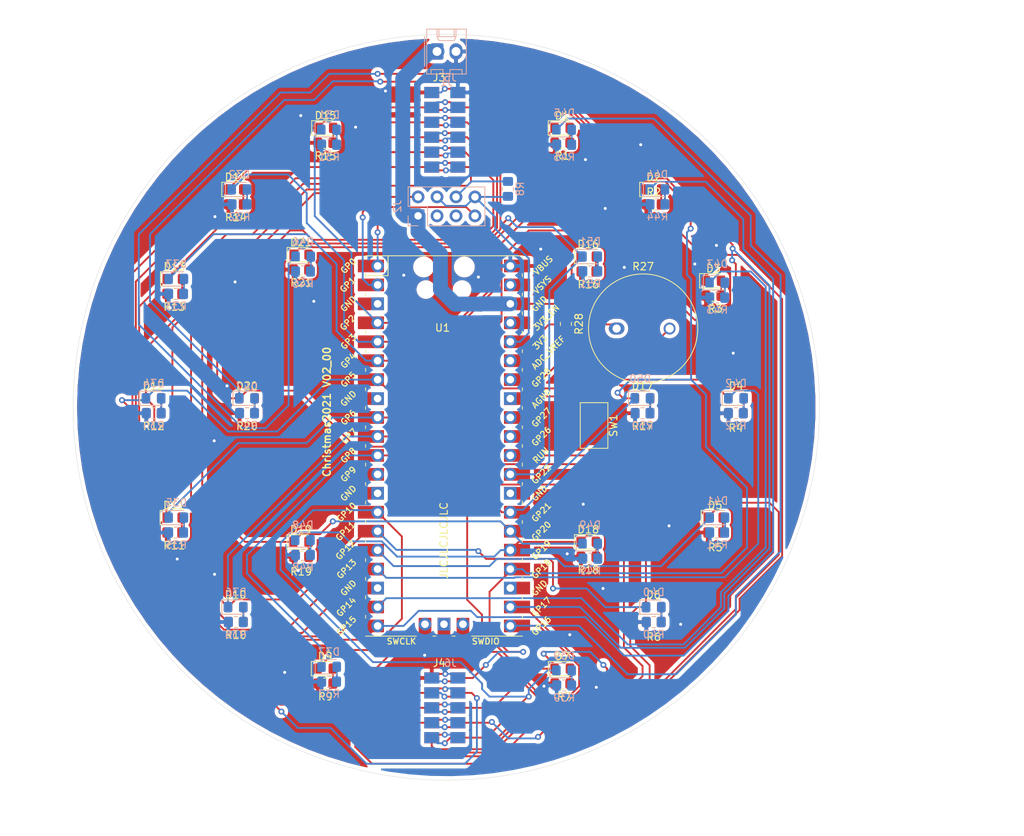
<source format=kicad_pcb>
(kicad_pcb (version 20171130) (host pcbnew 5.1.10-88a1d61d58~90~ubuntu20.04.1)
  (layers (0 F.Cu signal) (31 B.Cu signal) (34 B.Paste user hide) (35 F.Paste user hide) (36 B.SilkS user) (37 F.SilkS user) (38 B.Mask user hide) (39 F.Mask user) (44 Edge.Cuts user))
  (net 0 "")
  (net 1 "Net-(D1-Pad2)")
  (net 2 LED19)
  (net 3 "Net-(D2-Pad2)")
  (net 4 "Net-(D3-Pad2)")
  (net 5 LED1)
  (net 6 "Net-(D4-Pad2)")
  (net 7 LED13)
  (net 8 "Net-(D5-Pad2)")
  (net 9 "Net-(D6-Pad2)")
  (net 10 LED7)
  (net 11 "Net-(D7-Pad2)")
  (net 12 "Net-(D9-Pad2)")
  (net 13 LED2)
  (net 14 "Net-(D10-Pad2)")
  (net 15 "Net-(D11-Pad2)")
  (net 16 LED20)
  (net 17 "Net-(D12-Pad2)")
  (net 18 LED8)
  (net 19 "Net-(D13-Pad2)")
  (net 20 "Net-(D14-Pad2)")
  (net 21 "Net-(D15-Pad2)")
  (net 22 LED14)
  (net 23 "Net-(D16-Pad2)")
  (net 24 "Net-(D17-Pad2)")
  (net 25 LED3)
  (net 26 "Net-(D18-Pad2)")
  (net 27 "Net-(D19-Pad2)")
  (net 28 LED9)
  (net 29 "Net-(D20-Pad2)")
  (net 30 LED15)
  (net 31 LED21)
  (net 32 LED4)
  (net 33 LED16)
  (net 34 "Net-(D31-Pad2)")
  (net 35 LED10)
  (net 36 "Net-(D33-Pad2)")
  (net 37 "Net-(D35-Pad2)")
  (net 38 LED5)
  (net 39 "Net-(D36-Pad2)")
  (net 40 "Net-(D37-Pad2)")
  (net 41 LED17)
  (net 42 "Net-(D39-Pad2)")
  (net 43 LED11)
  (net 44 "Net-(D40-Pad2)")
  (net 45 "Net-(D43-Pad2)")
  (net 46 LED6)
  (net 47 "Net-(D44-Pad2)")
  (net 48 "Net-(D45-Pad2)")
  (net 49 LED12)
  (net 50 "Net-(D46-Pad2)")
  (net 51 "Net-(D47-Pad2)")
  (net 52 LED18)
  (net 53 "Net-(D48-Pad2)")
  (net 54 +5V)
  (net 55 GND)
  (net 56 TXD)
  (net 57 RXD)
  (net 58 LIGHT)
  (net 59 +3V3)
  (net 60 "Net-(D21-Pad2)")
  (net 61 "Net-(D32-Pad2)")
  (net 62 "Net-(D34-Pad2)")
  (net 63 "Net-(D41-Pad2)")
  (net 64 "Net-(D42-Pad2)")
  (net 65 "Net-(D49-Pad2)")
  (net 66 "Net-(D50-Pad2)")
  (net 67 "Net-(D51-Pad2)")
  (net 68 "Net-(U1-Pad43)")
  (net 69 "Net-(U1-Pad42)")
  (net 70 "Net-(U1-Pad41)")
  (net 71 "Net-(U1-Pad23)")
  (net 72 "Net-(U1-Pad28)")
  (net 73 SDA)
  (net 74 SCL)
  (net 75 "Net-(U1-Pad35)")
  (net 76 "Net-(U1-Pad37)")
  (net 77 "Net-(U1-Pad39)")
  (net 78 "Net-(U1-Pad18)")
  (net 79 "Net-(U1-Pad13)")
  (net 80 "Net-(U1-Pad8)")
  (net 81 "Net-(U1-Pad3)")
  (net 82 "Net-(SW1-Pad2)")
  (net 83 "Net-(SW1-Pad1)")
  (net 84 "Net-(J2-Pad6)")
  (module Resistor_SMD:R_0805_2012Metric_Pad1.20x1.40mm_HandSolder (layer B.Cu) (at 152.95 83.925 90)
    (fp_text reference R8 (at 0 1.65 90) (layer B.SilkS) (effects (justify mirror)))
    (fp_text value 10k)
    (pad 2 smd roundrect (at 1 0 90) (size 1.2 1.4) (layers B.Cu B.Paste B.Mask) (roundrect_rratio 0.2083325) (net 84 "Net-(J2-Pad6)"))
    (pad 1 smd roundrect (at -1 0 90) (size 1.2 1.4) (layers B.Cu B.Paste B.Mask) (roundrect_rratio 0.2083325) (net 59 +3V3))
  )
  (module Package_TO_SOT_THT:TO-8-2 (layer F.Cu) (at 167.525 102.65)
    (fp_text reference R27 (at 3.55 -8.32) (layer F.SilkS))
    (fp_text value R_PHOTO)
    (pad 2 thru_hole oval (at 7.1 0) (size 1.6 1.6) (drill 1.1) (layers *.Cu *.Mask) (net 58 LIGHT))
    (pad 1 thru_hole oval (at 0 0) (size 2.1 1.6) (drill 1.1) (layers *.Cu *.Mask) (net 59 +3V3))
  )
  (module Bauble:edge_connector-flat-10 (layer B.Cu) (at 145.25 147 180)
    (fp_text reference J6 (at 0 -0.5) (layer B.SilkS) (effects (justify mirror)))
    (fp_text value Conn_01x11_Female)
    (pad 10 smd rect (at 2.5 -10.5 180) (size 2 1.5) (layers B.Cu B.Paste B.Mask) (net 28 LED9))
    (pad 9 smd rect (at 2.5 -8.5 180) (size 2 1.5) (layers B.Cu B.Paste B.Mask) (net 25 LED3))
    (pad 8 smd rect (at 2.5 -6.5 180) (size 2 1.5) (layers B.Cu B.Paste B.Mask) (net 33 LED16))
    (pad 7 smd rect (at 2.5 -4.5 180) (size 2 1.5) (layers B.Cu B.Paste B.Mask) (net 32 LED4))
    (pad 6 smd rect (at 2.5 -2.5 180) (size 2 1.5) (layers B.Cu B.Paste B.Mask) (net 41 LED17))
    (pad 5 smd rect (at -1 -10.5 180) (size 2 1.5) (layers B.Cu B.Paste B.Mask) (net 10 LED7))
    (pad 4 smd rect (at -1 -8.5 180) (size 2 1.5) (layers B.Cu B.Paste B.Mask) (net 52 LED18))
    (pad 3 smd rect (at -1 -6.5 180) (size 2 1.5) (layers B.Cu B.Paste B.Mask) (net 46 LED6))
    (pad 2 smd rect (at -1 -4.5 180) (size 2 1.5) (layers B.Cu B.Paste B.Mask) (net 38 LED5))
    (pad 1 smd rect (at -1 -2.5 180) (size 2 1.5) (layers B.Cu B.Paste B.Mask) (net 54 +5V))
  )
  (module Bauble:edge_connector-flat-12 (layer B.Cu) (at 145.25 68.5 180)
    (fp_text reference J5 (at 0 -0.5) (layer B.SilkS) (effects (justify mirror)))
    (fp_text value Conn_01x12_Female)
    (pad 12 smd rect (at 2.5 -12.5 180) (size 2 1.5) (layers B.Cu B.Paste B.Mask) (net 35 LED10))
    (pad 11 smd rect (at 2.5 -10.5 180) (size 2 1.5) (layers B.Cu B.Paste B.Mask) (net 2 LED19))
    (pad 10 smd rect (at 2.5 -8.5 180) (size 2 1.5) (layers B.Cu B.Paste B.Mask) (net 16 LED20))
    (pad 9 smd rect (at 2.5 -6.5 180) (size 2 1.5) (layers B.Cu B.Paste B.Mask) (net 31 LED21))
    (pad 8 smd rect (at 2.5 -4.5 180) (size 2 1.5) (layers B.Cu B.Paste B.Mask) (net 5 LED1))
    (pad 7 smd rect (at 2.5 -2.5 180) (size 2 1.5) (layers B.Cu B.Paste B.Mask) (net 13 LED2))
    (pad 6 smd rect (at -1 -12.5 180) (size 2 1.5) (layers B.Cu B.Paste B.Mask) (net 43 LED11))
    (pad 5 smd rect (at -1 -10.5 180) (size 2 1.5) (layers B.Cu B.Paste B.Mask) (net 49 LED12))
    (pad 4 smd rect (at -1 -8.5 180) (size 2 1.5) (layers B.Cu B.Paste B.Mask) (net 7 LED13))
    (pad 3 smd rect (at -1 -6.5 180) (size 2 1.5) (layers B.Cu B.Paste B.Mask) (net 22 LED14))
    (pad 2 smd rect (at -1 -4.5 180) (size 2 1.5) (layers B.Cu B.Paste B.Mask) (net 30 LED15))
    (pad 1 smd rect (at -1 -2.5 180) (size 2 1.5) (layers B.Cu B.Paste B.Mask) (net 54 +5V))
  )
  (module Bauble:edge_connector-flat-10 (layer F.Cu) (at 143.75 147)
    (fp_text reference J4 (at 0 0.5) (layer F.SilkS))
    (fp_text value Conn_01x11_Female)
    (pad 10 smd rect (at 2.5 10.5) (size 2 1.5) (layers F.Cu F.Paste F.Mask) (net 28 LED9))
    (pad 9 smd rect (at 2.5 8.5) (size 2 1.5) (layers F.Cu F.Paste F.Mask) (net 25 LED3))
    (pad 8 smd rect (at 2.5 6.5) (size 2 1.5) (layers F.Cu F.Paste F.Mask) (net 33 LED16))
    (pad 7 smd rect (at 2.5 4.5) (size 2 1.5) (layers F.Cu F.Paste F.Mask) (net 32 LED4))
    (pad 6 smd rect (at 2.5 2.5) (size 2 1.5) (layers F.Cu F.Paste F.Mask) (net 41 LED17))
    (pad 5 smd rect (at -1 10.5) (size 2 1.5) (layers F.Cu F.Paste F.Mask) (net 10 LED7))
    (pad 4 smd rect (at -1 8.5) (size 2 1.5) (layers F.Cu F.Paste F.Mask) (net 52 LED18))
    (pad 3 smd rect (at -1 6.5) (size 2 1.5) (layers F.Cu F.Paste F.Mask) (net 46 LED6))
    (pad 2 smd rect (at -1 4.5) (size 2 1.5) (layers F.Cu F.Paste F.Mask) (net 38 LED5))
    (pad 1 smd rect (at -1 2.5) (size 2 1.5) (layers F.Cu F.Paste F.Mask) (net 54 +5V))
  )
  (module Bauble:edge_connector-flat-12 (layer F.Cu) (at 143.75 68.5)
    (fp_text reference J3 (at 0 0.5) (layer F.SilkS))
    (fp_text value Conn_01x12_Female)
    (pad 12 smd rect (at 2.5 12.5) (size 2 1.5) (layers F.Cu F.Paste F.Mask) (net 35 LED10))
    (pad 11 smd rect (at 2.5 10.5) (size 2 1.5) (layers F.Cu F.Paste F.Mask) (net 2 LED19))
    (pad 10 smd rect (at 2.5 8.5) (size 2 1.5) (layers F.Cu F.Paste F.Mask) (net 16 LED20))
    (pad 9 smd rect (at 2.5 6.5) (size 2 1.5) (layers F.Cu F.Paste F.Mask) (net 31 LED21))
    (pad 8 smd rect (at 2.5 4.5) (size 2 1.5) (layers F.Cu F.Paste F.Mask) (net 5 LED1))
    (pad 7 smd rect (at 2.5 2.5) (size 2 1.5) (layers F.Cu F.Paste F.Mask) (net 13 LED2))
    (pad 6 smd rect (at -1 12.5) (size 2 1.5) (layers F.Cu F.Paste F.Mask) (net 43 LED11))
    (pad 5 smd rect (at -1 10.5) (size 2 1.5) (layers F.Cu F.Paste F.Mask) (net 49 LED12))
    (pad 4 smd rect (at -1 8.5) (size 2 1.5) (layers F.Cu F.Paste F.Mask) (net 7 LED13))
    (pad 3 smd rect (at -1 6.5) (size 2 1.5) (layers F.Cu F.Paste F.Mask) (net 22 LED14))
    (pad 2 smd rect (at -1 4.5) (size 2 1.5) (layers F.Cu F.Paste F.Mask) (net 30 LED15))
    (pad 1 smd rect (at -1 2.5) (size 2 1.5) (layers F.Cu F.Paste F.Mask) (net 54 +5V))
  )
  (module Button_Switch_SMD:SW_SPST_CK_RS282G05A3 (layer F.Cu) (at 164.5 115.65 270)
    (fp_text reference SW1 (at 0 -2.6 90) (layer F.SilkS))
    (fp_text value SW_Push)
    (pad 2 smd rect (at 3.9 0 270) (size 1.5 1.5) (layers F.Cu F.Paste F.Mask) (net 82 "Net-(SW1-Pad2)"))
    (pad 1 smd rect (at -3.9 0 270) (size 1.5 1.5) (layers F.Cu F.Paste F.Mask) (net 83 "Net-(SW1-Pad1)"))
  )
  (module MCU_RaspberryPi_and_Boards:RPi_Pico_SMD_TH (layer F.Cu) (at 144.39 118.39)
    (fp_text reference U1 (at -0.19 -15.84) (layer F.SilkS))
    (fp_text value Pico)
    (fp_text user SWDIO (at 5.6 26.2) (layer F.SilkS) (effects (font (size 0.8 0.8))))
    (fp_text user SWCLK (at -5.7 26.2) (layer F.SilkS) (effects (font (size 0.8 0.8))))
    (fp_text user AGND (at 13.054 -6.35 45) (layer F.SilkS) (effects (font (size 0.8 0.8))))
    (fp_text user GND (at 12.8 -19.05 45) (layer F.SilkS) (effects (font (size 0.8 0.8))))
    (fp_text user GND (at 12.8 6.35 45) (layer F.SilkS) (effects (font (size 0.8 0.8))))
    (fp_text user GND (at 12.8 19.05 45) (layer F.SilkS) (effects (font (size 0.8 0.8))))
    (fp_text user GND (at -12.8 19.05 45) (layer F.SilkS) (effects (font (size 0.8 0.8))))
    (fp_text user GND (at -12.8 6.35 45) (layer F.SilkS) (effects (font (size 0.8 0.8))))
    (fp_text user GND (at -12.8 -6.35 45) (layer F.SilkS) (effects (font (size 0.8 0.8))))
    (fp_text user GND (at -12.8 -19.05 45) (layer F.SilkS) (effects (font (size 0.8 0.8))))
    (fp_text user VBUS (at 13.3 -24.2 45) (layer F.SilkS) (effects (font (size 0.8 0.8))))
    (fp_text user VSYS (at 13.2 -21.59 45) (layer F.SilkS) (effects (font (size 0.8 0.8))))
    (fp_text user 3V3_EN (at 13.7 -17.2 45) (layer F.SilkS) (effects (font (size 0.8 0.8))))
    (fp_text user 3V3 (at 12.9 -13.9 45) (layer F.SilkS) (effects (font (size 0.8 0.8))))
    (fp_text user ADC_VREF (at 14 -12.5 45) (layer F.SilkS) (effects (font (size 0.8 0.8))))
    (fp_text user GP28 (at 13.054 -9.144 45) (layer F.SilkS) (effects (font (size 0.8 0.8))))
    (fp_text user GP27 (at 13.054 -3.8 45) (layer F.SilkS) (effects (font (size 0.8 0.8))))
    (fp_text user GP26 (at 13.054 -1.27 45) (layer F.SilkS) (effects (font (size 0.8 0.8))))
    (fp_text user RUN (at 13 1.27 45) (layer F.SilkS) (effects (font (size 0.8 0.8))))
    (fp_text user GP22 (at 13.054 3.81 45) (layer F.SilkS) (effects (font (size 0.8 0.8))))
    (fp_text user GP21 (at 13.054 8.9 45) (layer F.SilkS) (effects (font (size 0.8 0.8))))
    (fp_text user GP20 (at 13.054 11.43 45) (layer F.SilkS) (effects (font (size 0.8 0.8))))
    (fp_text user GP19 (at 13.054 13.97 45) (layer F.SilkS) (effects (font (size 0.8 0.8))))
    (fp_text user GP18 (at 13.054 16.51 45) (layer F.SilkS) (effects (font (size 0.8 0.8))))
    (fp_text user GP17 (at 13.054 21.59 45) (layer F.SilkS) (effects (font (size 0.8 0.8))))
    (fp_text user GP16 (at 13.054 24.13 45) (layer F.SilkS) (effects (font (size 0.8 0.8))))
    (fp_text user GP15 (at -13.054 24.13 45) (layer F.SilkS) (effects (font (size 0.8 0.8))))
    (fp_text user GP14 (at -13.1 21.59 45) (layer F.SilkS) (effects (font (size 0.8 0.8))))
    (fp_text user GP13 (at -13.054 16.51 45) (layer F.SilkS) (effects (font (size 0.8 0.8))))
    (fp_text user GP12 (at -13.2 13.97 45) (layer F.SilkS) (effects (font (size 0.8 0.8))))
    (fp_text user GP11 (at -13.2 11.43 45) (layer F.SilkS) (effects (font (size 0.8 0.8))))
    (fp_text user GP10 (at -13.054 8.89 45) (layer F.SilkS) (effects (font (size 0.8 0.8))))
    (fp_text user GP9 (at -12.8 3.81 45) (layer F.SilkS) (effects (font (size 0.8 0.8))))
    (fp_text user GP8 (at -12.8 1.27 45) (layer F.SilkS) (effects (font (size 0.8 0.8))))
    (fp_text user GP7 (at -12.7 -1.3 45) (layer F.SilkS) (effects (font (size 0.8 0.8))))
    (fp_text user GP6 (at -12.8 -3.81 45) (layer F.SilkS) (effects (font (size 0.8 0.8))))
    (fp_text user GP5 (at -12.8 -8.89 45) (layer F.SilkS) (effects (font (size 0.8 0.8))))
    (fp_text user GP4 (at -12.8 -11.43 45) (layer F.SilkS) (effects (font (size 0.8 0.8))))
    (fp_text user GP3 (at -12.8 -13.97 45) (layer F.SilkS) (effects (font (size 0.8 0.8))))
    (fp_text user GP0 (at -12.8 -24.13 45) (layer F.SilkS) (effects (font (size 0.8 0.8))))
    (fp_text user GP2 (at -12.9 -16.51 45) (layer F.SilkS) (effects (font (size 0.8 0.8))))
    (fp_text user GP1 (at -12.9 -21.6 45) (layer F.SilkS) (effects (font (size 0.8 0.8))))
    (pad 43 thru_hole oval (at 2.54 23.9) (size 1.7 1.7) (drill 1.02) (layers *.Cu *.Mask) (net 68 "Net-(U1-Pad43)"))
    (pad 43 smd rect (at 2.54 23.9 90) (size 3.5 1.7) (drill (offset -0.9 0)) (layers F.Cu F.Mask) (net 68 "Net-(U1-Pad43)"))
    (pad 42 thru_hole rect (at 0 23.9) (size 1.7 1.7) (drill 1.02) (layers *.Cu *.Mask) (net 69 "Net-(U1-Pad42)"))
    (pad 42 smd rect (at 0 23.9 90) (size 3.5 1.7) (drill (offset -0.9 0)) (layers F.Cu F.Mask) (net 69 "Net-(U1-Pad42)"))
    (pad 41 thru_hole oval (at -2.54 23.9) (size 1.7 1.7) (drill 1.02) (layers *.Cu *.Mask) (net 70 "Net-(U1-Pad41)"))
    (pad 41 smd rect (at -2.54 23.9 90) (size 3.5 1.7) (drill (offset -0.9 0)) (layers F.Cu F.Mask) (net 70 "Net-(U1-Pad41)"))
    (pad "" np_thru_hole oval (at 2.425 -20.97) (size 1.5 1.5) (drill 1.5) (layers *.Cu *.Mask))
    (pad "" np_thru_hole oval (at -2.425 -20.97) (size 1.5 1.5) (drill 1.5) (layers *.Cu *.Mask))
    (pad "" np_thru_hole oval (at 2.725 -24) (size 1.8 1.8) (drill 1.8) (layers *.Cu *.Mask))
    (pad "" np_thru_hole oval (at -2.725 -24) (size 1.8 1.8) (drill 1.8) (layers *.Cu *.Mask))
    (pad 21 smd rect (at 8.89 24.13) (size 3.5 1.7) (drill (offset 0.9 0)) (layers F.Cu F.Mask) (net 30 LED15))
    (pad 22 smd rect (at 8.89 21.59) (size 3.5 1.7) (drill (offset 0.9 0)) (layers F.Cu F.Mask) (net 33 LED16))
    (pad 23 smd rect (at 8.89 19.05) (size 3.5 1.7) (drill (offset 0.9 0)) (layers F.Cu F.Mask) (net 71 "Net-(U1-Pad23)"))
    (pad 24 smd rect (at 8.89 16.51) (size 3.5 1.7) (drill (offset 0.9 0)) (layers F.Cu F.Mask) (net 41 LED17))
    (pad 25 smd rect (at 8.89 13.97) (size 3.5 1.7) (drill (offset 0.9 0)) (layers F.Cu F.Mask) (net 52 LED18))
    (pad 26 smd rect (at 8.89 11.43) (size 3.5 1.7) (drill (offset 0.9 0)) (layers F.Cu F.Mask) (net 2 LED19))
    (pad 27 smd rect (at 8.89 8.89) (size 3.5 1.7) (drill (offset 0.9 0)) (layers F.Cu F.Mask) (net 16 LED20))
    (pad 28 smd rect (at 8.89 6.35) (size 3.5 1.7) (drill (offset 0.9 0)) (layers F.Cu F.Mask) (net 72 "Net-(U1-Pad28)"))
    (pad 29 smd rect (at 8.89 3.81) (size 3.5 1.7) (drill (offset 0.9 0)) (layers F.Cu F.Mask) (net 31 LED21))
    (pad 30 smd rect (at 8.89 1.27) (size 3.5 1.7) (drill (offset 0.9 0)) (layers F.Cu F.Mask) (net 82 "Net-(SW1-Pad2)"))
    (pad 31 smd rect (at 8.89 -1.27) (size 3.5 1.7) (drill (offset 0.9 0)) (layers F.Cu F.Mask) (net 73 SDA))
    (pad 32 smd rect (at 8.89 -3.81) (size 3.5 1.7) (drill (offset 0.9 0)) (layers F.Cu F.Mask) (net 74 SCL))
    (pad 33 smd rect (at 8.89 -6.35) (size 3.5 1.7) (drill (offset 0.9 0)) (layers F.Cu F.Mask) (net 83 "Net-(SW1-Pad1)"))
    (pad 34 smd rect (at 8.89 -8.89) (size 3.5 1.7) (drill (offset 0.9 0)) (layers F.Cu F.Mask) (net 58 LIGHT))
    (pad 35 smd rect (at 8.89 -11.43) (size 3.5 1.7) (drill (offset 0.9 0)) (layers F.Cu F.Mask) (net 75 "Net-(U1-Pad35)"))
    (pad 36 smd rect (at 8.89 -13.97) (size 3.5 1.7) (drill (offset 0.9 0)) (layers F.Cu F.Mask) (net 59 +3V3))
    (pad 37 smd rect (at 8.89 -16.51) (size 3.5 1.7) (drill (offset 0.9 0)) (layers F.Cu F.Mask) (net 76 "Net-(U1-Pad37)"))
    (pad 38 smd rect (at 8.89 -19.05) (size 3.5 1.7) (drill (offset 0.9 0)) (layers F.Cu F.Mask) (net 55 GND))
    (pad 39 smd rect (at 8.89 -21.59) (size 3.5 1.7) (drill (offset 0.9 0)) (layers F.Cu F.Mask) (net 77 "Net-(U1-Pad39)"))
    (pad 40 smd rect (at 8.89 -24.13) (size 3.5 1.7) (drill (offset 0.9 0)) (layers F.Cu F.Mask) (net 54 +5V))
    (pad 20 smd rect (at -8.89 24.13) (size 3.5 1.7) (drill (offset -0.9 0)) (layers F.Cu F.Mask) (net 22 LED14))
    (pad 19 smd rect (at -8.89 21.59) (size 3.5 1.7) (drill (offset -0.9 0)) (layers F.Cu F.Mask) (net 7 LED13))
    (pad 18 smd rect (at -8.89 19.05) (size 3.5 1.7) (drill (offset -0.9 0)) (layers F.Cu F.Mask) (net 78 "Net-(U1-Pad18)"))
    (pad 17 smd rect (at -8.89 16.51) (size 3.5 1.7) (drill (offset -0.9 0)) (layers F.Cu F.Mask) (net 49 LED12))
    (pad 16 smd rect (at -8.89 13.97) (size 3.5 1.7) (drill (offset -0.9 0)) (layers F.Cu F.Mask) (net 43 LED11))
    (pad 15 smd rect (at -8.89 11.43) (size 3.5 1.7) (drill (offset -0.9 0)) (layers F.Cu F.Mask) (net 35 LED10))
    (pad 14 smd rect (at -8.89 8.89) (size 3.5 1.7) (drill (offset -0.9 0)) (layers F.Cu F.Mask) (net 28 LED9))
    (pad 13 smd rect (at -8.89 6.35) (size 3.5 1.7) (drill (offset -0.9 0)) (layers F.Cu F.Mask) (net 79 "Net-(U1-Pad13)"))
    (pad 12 smd rect (at -8.89 3.81) (size 3.5 1.7) (drill (offset -0.9 0)) (layers F.Cu F.Mask) (net 18 LED8))
    (pad 11 smd rect (at -8.89 1.27) (size 3.5 1.7) (drill (offset -0.9 0)) (layers F.Cu F.Mask) (net 10 LED7))
    (pad 10 smd rect (at -8.89 -1.27) (size 3.5 1.7) (drill (offset -0.9 0)) (layers F.Cu F.Mask) (net 46 LED6))
    (pad 9 smd rect (at -8.89 -3.81) (size 3.5 1.7) (drill (offset -0.9 0)) (layers F.Cu F.Mask) (net 38 LED5))
    (pad 8 smd rect (at -8.89 -6.35) (size 3.5 1.7) (drill (offset -0.9 0)) (layers F.Cu F.Mask) (net 80 "Net-(U1-Pad8)"))
    (pad 7 smd rect (at -8.89 -8.89) (size 3.5 1.7) (drill (offset -0.9 0)) (layers F.Cu F.Mask) (net 32 LED4))
    (pad 6 smd rect (at -8.89 -11.43) (size 3.5 1.7) (drill (offset -0.9 0)) (layers F.Cu F.Mask) (net 25 LED3))
    (pad 5 smd rect (at -8.89 -13.97) (size 3.5 1.7) (drill (offset -0.9 0)) (layers F.Cu F.Mask) (net 13 LED2))
    (pad 4 smd rect (at -8.89 -16.51) (size 3.5 1.7) (drill (offset -0.9 0)) (layers F.Cu F.Mask) (net 5 LED1))
    (pad 3 smd rect (at -8.89 -19.05) (size 3.5 1.7) (drill (offset -0.9 0)) (layers F.Cu F.Mask) (net 81 "Net-(U1-Pad3)"))
    (pad 2 smd rect (at -8.89 -21.59) (size 3.5 1.7) (drill (offset -0.9 0)) (layers F.Cu F.Mask) (net 56 TXD))
    (pad 1 smd rect (at -8.89 -24.13) (size 3.5 1.7) (drill (offset -0.9 0)) (layers F.Cu F.Mask) (net 57 RXD))
    (pad 40 thru_hole oval (at 8.89 -24.13) (size 1.7 1.7) (drill 1.02) (layers *.Cu *.Mask) (net 54 +5V))
    (pad 39 thru_hole oval (at 8.89 -21.59) (size 1.7 1.7) (drill 1.02) (layers *.Cu *.Mask) (net 77 "Net-(U1-Pad39)"))
    (pad 38 thru_hole rect (at 8.89 -19.05) (size 1.7 1.7) (drill 1.02) (layers *.Cu *.Mask) (net 55 GND))
    (pad 37 thru_hole oval (at 8.89 -16.51) (size 1.7 1.7) (drill 1.02) (layers *.Cu *.Mask) (net 76 "Net-(U1-Pad37)"))
    (pad 36 thru_hole oval (at 8.89 -13.97) (size 1.7 1.7) (drill 1.02) (layers *.Cu *.Mask) (net 59 +3V3))
    (pad 35 thru_hole oval (at 8.89 -11.43) (size 1.7 1.7) (drill 1.02) (layers *.Cu *.Mask) (net 75 "Net-(U1-Pad35)"))
    (pad 34 thru_hole oval (at 8.89 -8.89) (size 1.7 1.7) (drill 1.02) (layers *.Cu *.Mask) (net 58 LIGHT))
    (pad 33 thru_hole rect (at 8.89 -6.35) (size 1.7 1.7) (drill 1.02) (layers *.Cu *.Mask) (net 83 "Net-(SW1-Pad1)"))
    (pad 32 thru_hole oval (at 8.89 -3.81) (size 1.7 1.7) (drill 1.02) (layers *.Cu *.Mask) (net 74 SCL))
    (pad 31 thru_hole oval (at 8.89 -1.27) (size 1.7 1.7) (drill 1.02) (layers *.Cu *.Mask) (net 73 SDA))
    (pad 30 thru_hole oval (at 8.89 1.27) (size 1.7 1.7) (drill 1.02) (layers *.Cu *.Mask) (net 82 "Net-(SW1-Pad2)"))
    (pad 29 thru_hole oval (at 8.89 3.81) (size 1.7 1.7) (drill 1.02) (layers *.Cu *.Mask) (net 31 LED21))
    (pad 28 thru_hole rect (at 8.89 6.35) (size 1.7 1.7) (drill 1.02) (layers *.Cu *.Mask) (net 72 "Net-(U1-Pad28)"))
    (pad 27 thru_hole oval (at 8.89 8.89) (size 1.7 1.7) (drill 1.02) (layers *.Cu *.Mask) (net 16 LED20))
    (pad 26 thru_hole oval (at 8.89 11.43) (size 1.7 1.7) (drill 1.02) (layers *.Cu *.Mask) (net 2 LED19))
    (pad 25 thru_hole oval (at 8.89 13.97) (size 1.7 1.7) (drill 1.02) (layers *.Cu *.Mask) (net 52 LED18))
    (pad 24 thru_hole oval (at 8.89 16.51) (size 1.7 1.7) (drill 1.02) (layers *.Cu *.Mask) (net 41 LED17))
    (pad 23 thru_hole rect (at 8.89 19.05) (size 1.7 1.7) (drill 1.02) (layers *.Cu *.Mask) (net 71 "Net-(U1-Pad23)"))
    (pad 22 thru_hole oval (at 8.89 21.59) (size 1.7 1.7) (drill 1.02) (layers *.Cu *.Mask) (net 33 LED16))
    (pad 21 thru_hole oval (at 8.89 24.13) (size 1.7 1.7) (drill 1.02) (layers *.Cu *.Mask) (net 30 LED15))
    (pad 20 thru_hole oval (at -8.89 24.13) (size 1.7 1.7) (drill 1.02) (layers *.Cu *.Mask) (net 22 LED14))
    (pad 19 thru_hole oval (at -8.89 21.59) (size 1.7 1.7) (drill 1.02) (layers *.Cu *.Mask) (net 7 LED13))
    (pad 18 thru_hole rect (at -8.89 19.05) (size 1.7 1.7) (drill 1.02) (layers *.Cu *.Mask) (net 78 "Net-(U1-Pad18)"))
    (pad 17 thru_hole oval (at -8.89 16.51) (size 1.7 1.7) (drill 1.02) (layers *.Cu *.Mask) (net 49 LED12))
    (pad 16 thru_hole oval (at -8.89 13.97) (size 1.7 1.7) (drill 1.02) (layers *.Cu *.Mask) (net 43 LED11))
    (pad 15 thru_hole oval (at -8.89 11.43) (size 1.7 1.7) (drill 1.02) (layers *.Cu *.Mask) (net 35 LED10))
    (pad 14 thru_hole oval (at -8.89 8.89) (size 1.7 1.7) (drill 1.02) (layers *.Cu *.Mask) (net 28 LED9))
    (pad 13 thru_hole rect (at -8.89 6.35) (size 1.7 1.7) (drill 1.02) (layers *.Cu *.Mask) (net 79 "Net-(U1-Pad13)"))
    (pad 12 thru_hole oval (at -8.89 3.81) (size 1.7 1.7) (drill 1.02) (layers *.Cu *.Mask) (net 18 LED8))
    (pad 11 thru_hole oval (at -8.89 1.27) (size 1.7 1.7) (drill 1.02) (layers *.Cu *.Mask) (net 10 LED7))
    (pad 10 thru_hole oval (at -8.89 -1.27) (size 1.7 1.7) (drill 1.02) (layers *.Cu *.Mask) (net 46 LED6))
    (pad 9 thru_hole oval (at -8.89 -3.81) (size 1.7 1.7) (drill 1.02) (layers *.Cu *.Mask) (net 38 LED5))
    (pad 8 thru_hole rect (at -8.89 -6.35) (size 1.7 1.7) (drill 1.02) (layers *.Cu *.Mask) (net 80 "Net-(U1-Pad8)"))
    (pad 7 thru_hole oval (at -8.89 -8.89) (size 1.7 1.7) (drill 1.02) (layers *.Cu *.Mask) (net 32 LED4))
    (pad 6 thru_hole oval (at -8.89 -11.43) (size 1.7 1.7) (drill 1.02) (layers *.Cu *.Mask) (net 25 LED3))
    (pad 5 thru_hole oval (at -8.89 -13.97) (size 1.7 1.7) (drill 1.02) (layers *.Cu *.Mask) (net 13 LED2))
    (pad 4 thru_hole oval (at -8.89 -16.51) (size 1.7 1.7) (drill 1.02) (layers *.Cu *.Mask) (net 5 LED1))
    (pad 3 thru_hole rect (at -8.89 -19.05) (size 1.7 1.7) (drill 1.02) (layers *.Cu *.Mask) (net 81 "Net-(U1-Pad3)"))
    (pad 2 thru_hole oval (at -8.89 -21.59) (size 1.7 1.7) (drill 1.02) (layers *.Cu *.Mask) (net 56 TXD))
    (pad 1 thru_hole oval (at -8.89 -24.13) (size 1.7 1.7) (drill 1.02) (layers *.Cu *.Mask) (net 57 RXD))
  )
  (module Resistor_SMD:R_0805_2012Metric_Pad1.20x1.40mm_HandSolder (layer B.Cu) (at 125.5 133)
    (fp_text reference R48 (at 0 1.65) (layer B.SilkS) (effects (justify mirror)))
    (fp_text value R)
    (pad 2 smd roundrect (at 1 0) (size 1.2 1.4) (layers B.Cu B.Paste B.Mask) (roundrect_rratio 0.2083325) (net 53 "Net-(D48-Pad2)"))
    (pad 1 smd roundrect (at -1 0) (size 1.2 1.4) (layers B.Cu B.Paste B.Mask) (roundrect_rratio 0.2083325) (net 54 +5V))
  )
  (module Resistor_SMD:R_0805_2012Metric_Pad1.20x1.40mm_HandSolder (layer F.Cu) (at 163.75 133.25)
    (fp_text reference R18 (at 0 1.75) (layer F.SilkS))
    (fp_text value R)
    (pad 2 smd roundrect (at 1 0) (size 1.2 1.4) (layers F.Cu F.Paste F.Mask) (roundrect_rratio 0.2083325) (net 26 "Net-(D18-Pad2)"))
    (pad 1 smd roundrect (at -1 0) (size 1.2 1.4) (layers F.Cu F.Paste F.Mask) (roundrect_rratio 0.2083325) (net 54 +5V))
  )
  (module Resistor_SMD:R_0805_2012Metric_Pad1.20x1.40mm_HandSolder (layer B.Cu) (at 183.5 114)
    (fp_text reference R42 (at 0 1.65) (layer B.SilkS) (effects (justify mirror)))
    (fp_text value R)
    (pad 2 smd roundrect (at 1 0) (size 1.2 1.4) (layers B.Cu B.Paste B.Mask) (roundrect_rratio 0.2083325) (net 64 "Net-(D42-Pad2)"))
    (pad 1 smd roundrect (at -1 0) (size 1.2 1.4) (layers B.Cu B.Paste B.Mask) (roundrect_rratio 0.2083325) (net 54 +5V))
  )
  (module Resistor_SMD:R_0805_2012Metric_Pad1.20x1.40mm_HandSolder (layer F.Cu) (at 105.5 114)
    (fp_text reference R12 (at 0 1.75) (layer F.SilkS))
    (fp_text value R)
    (pad 2 smd roundrect (at 1 0) (size 1.2 1.4) (layers F.Cu F.Paste F.Mask) (roundrect_rratio 0.2083325) (net 17 "Net-(D12-Pad2)"))
    (pad 1 smd roundrect (at -1 0) (size 1.2 1.4) (layers F.Cu F.Paste F.Mask) (roundrect_rratio 0.2083325) (net 54 +5V))
  )
  (module Resistor_SMD:R_0805_2012Metric_Pad1.20x1.40mm_HandSolder (layer B.Cu) (at 116.5 142)
    (fp_text reference R36 (at 0 1.65) (layer B.SilkS) (effects (justify mirror)))
    (fp_text value R)
    (pad 2 smd roundrect (at 1 0) (size 1.2 1.4) (layers B.Cu B.Paste B.Mask) (roundrect_rratio 0.2083325) (net 39 "Net-(D36-Pad2)"))
    (pad 1 smd roundrect (at -1 0) (size 1.2 1.4) (layers B.Cu B.Paste B.Mask) (roundrect_rratio 0.2083325) (net 54 +5V))
  )
  (module Resistor_SMD:R_0805_2012Metric_Pad1.20x1.40mm_HandSolder (layer F.Cu) (at 172.5 142)
    (fp_text reference R6 (at 0 2) (layer F.SilkS))
    (fp_text value R)
    (pad 2 smd roundrect (at 1 0) (size 1.2 1.4) (layers F.Cu F.Paste F.Mask) (roundrect_rratio 0.2083325) (net 9 "Net-(D6-Pad2)"))
    (pad 1 smd roundrect (at -1 0) (size 1.2 1.4) (layers F.Cu F.Paste F.Mask) (roundrect_rratio 0.2083325) (net 54 +5V))
  )
  (module Resistor_SMD:R_0805_2012Metric_Pad1.20x1.40mm_HandSolder (layer B.Cu) (at 181 130)
    (fp_text reference R41 (at 0 1.65) (layer B.SilkS) (effects (justify mirror)))
    (fp_text value R)
    (pad 2 smd roundrect (at 1 0) (size 1.2 1.4) (layers B.Cu B.Paste B.Mask) (roundrect_rratio 0.2083325) (net 63 "Net-(D41-Pad2)"))
    (pad 1 smd roundrect (at -1 0) (size 1.2 1.4) (layers B.Cu B.Paste B.Mask) (roundrect_rratio 0.2083325) (net 54 +5V))
  )
  (module Resistor_SMD:R_0805_2012Metric_Pad1.20x1.40mm_HandSolder (layer F.Cu) (at 108.25 130)
    (fp_text reference R11 (at 0 1.75) (layer F.SilkS))
    (fp_text value R)
    (pad 2 smd roundrect (at 1 0) (size 1.2 1.4) (layers F.Cu F.Paste F.Mask) (roundrect_rratio 0.2083325) (net 15 "Net-(D11-Pad2)"))
    (pad 1 smd roundrect (at -1 0) (size 1.2 1.4) (layers F.Cu F.Paste F.Mask) (roundrect_rratio 0.2083325) (net 54 +5V))
  )
  (module Resistor_SMD:R_0805_2012Metric_Pad1.20x1.40mm_HandSolder (layer B.Cu) (at 118 114)
    (fp_text reference R47 (at 0 1.65) (layer B.SilkS) (effects (justify mirror)))
    (fp_text value R)
    (pad 2 smd roundrect (at 1 0) (size 1.2 1.4) (layers B.Cu B.Paste B.Mask) (roundrect_rratio 0.2083325) (net 51 "Net-(D47-Pad2)"))
    (pad 1 smd roundrect (at -1 0) (size 1.2 1.4) (layers B.Cu B.Paste B.Mask) (roundrect_rratio 0.2083325) (net 54 +5V))
  )
  (module Resistor_SMD:R_0805_2012Metric_Pad1.20x1.40mm_HandSolder (layer F.Cu) (at 171 114)
    (fp_text reference R17 (at 0 1.75) (layer F.SilkS))
    (fp_text value R)
    (pad 2 smd roundrect (at 1 0) (size 1.2 1.4) (layers F.Cu F.Paste F.Mask) (roundrect_rratio 0.2083325) (net 24 "Net-(D17-Pad2)"))
    (pad 1 smd roundrect (at -1 0) (size 1.2 1.4) (layers F.Cu F.Paste F.Mask) (roundrect_rratio 0.2083325) (net 54 +5V))
  )
  (module Resistor_SMD:R_0805_2012Metric_Pad1.20x1.40mm_HandSolder (layer B.Cu) (at 108.5 130)
    (fp_text reference R35 (at 0 1.65) (layer B.SilkS) (effects (justify mirror)))
    (fp_text value R)
    (pad 2 smd roundrect (at 1 0) (size 1.2 1.4) (layers B.Cu B.Paste B.Mask) (roundrect_rratio 0.2083325) (net 37 "Net-(D35-Pad2)"))
    (pad 1 smd roundrect (at -1 0) (size 1.2 1.4) (layers B.Cu B.Paste B.Mask) (roundrect_rratio 0.2083325) (net 54 +5V))
  )
  (module Resistor_SMD:R_0805_2012Metric_Pad1.20x1.40mm_HandSolder (layer F.Cu) (at 180.75 130)
    (fp_text reference R5 (at 0 2) (layer F.SilkS))
    (fp_text value R)
    (pad 2 smd roundrect (at 1 0) (size 1.2 1.4) (layers F.Cu F.Paste F.Mask) (roundrect_rratio 0.2083325) (net 8 "Net-(D5-Pad2)"))
    (pad 1 smd roundrect (at -1 0) (size 1.2 1.4) (layers F.Cu F.Paste F.Mask) (roundrect_rratio 0.2083325) (net 54 +5V))
  )
  (module Resistor_SMD:R_0805_2012Metric_Pad1.20x1.40mm_HandSolder (layer B.Cu) (at 172.5 142)
    (fp_text reference R40 (at 0 1.65) (layer B.SilkS) (effects (justify mirror)))
    (fp_text value R)
    (pad 2 smd roundrect (at 1 0) (size 1.2 1.4) (layers B.Cu B.Paste B.Mask) (roundrect_rratio 0.2083325) (net 44 "Net-(D40-Pad2)"))
    (pad 1 smd roundrect (at -1 0) (size 1.2 1.4) (layers B.Cu B.Paste B.Mask) (roundrect_rratio 0.2083325) (net 54 +5V))
  )
  (module Resistor_SMD:R_0805_2012Metric_Pad1.20x1.40mm_HandSolder (layer F.Cu) (at 116.5 142)
    (fp_text reference R10 (at 0 1.75) (layer F.SilkS))
    (fp_text value R)
    (pad 2 smd roundrect (at 1 0) (size 1.2 1.4) (layers F.Cu F.Paste F.Mask) (roundrect_rratio 0.2083325) (net 14 "Net-(D10-Pad2)"))
    (pad 1 smd roundrect (at -1 0) (size 1.2 1.4) (layers F.Cu F.Paste F.Mask) (roundrect_rratio 0.2083325) (net 54 +5V))
  )
  (module Resistor_SMD:R_0805_2012Metric_Pad1.20x1.40mm_HandSolder (layer B.Cu) (at 125.5 95)
    (fp_text reference R46 (at 0 1.65) (layer B.SilkS) (effects (justify mirror)))
    (fp_text value R)
    (pad 2 smd roundrect (at 1 0) (size 1.2 1.4) (layers B.Cu B.Paste B.Mask) (roundrect_rratio 0.2083325) (net 50 "Net-(D46-Pad2)"))
    (pad 1 smd roundrect (at -1 0) (size 1.2 1.4) (layers B.Cu B.Paste B.Mask) (roundrect_rratio 0.2083325) (net 54 +5V))
  )
  (module Resistor_SMD:R_0805_2012Metric_Pad1.20x1.40mm_HandSolder (layer F.Cu) (at 163.75 95)
    (fp_text reference R16 (at 0 1.75) (layer F.SilkS))
    (fp_text value R)
    (pad 2 smd roundrect (at 1 0) (size 1.2 1.4) (layers F.Cu F.Paste F.Mask) (roundrect_rratio 0.2083325) (net 23 "Net-(D16-Pad2)"))
    (pad 1 smd roundrect (at -1 0) (size 1.2 1.4) (layers F.Cu F.Paste F.Mask) (roundrect_rratio 0.2083325) (net 54 +5V))
  )
  (module Resistor_SMD:R_0805_2012Metric_Pad1.20x1.40mm_HandSolder (layer B.Cu) (at 105.5 114)
    (fp_text reference R34 (at 0 1.65) (layer B.SilkS) (effects (justify mirror)))
    (fp_text value R)
    (pad 2 smd roundrect (at 1 0) (size 1.2 1.4) (layers B.Cu B.Paste B.Mask) (roundrect_rratio 0.2083325) (net 62 "Net-(D34-Pad2)"))
    (pad 1 smd roundrect (at -1 0) (size 1.2 1.4) (layers B.Cu B.Paste B.Mask) (roundrect_rratio 0.2083325) (net 54 +5V))
  )
  (module Resistor_SMD:R_0805_2012Metric_Pad1.20x1.40mm_HandSolder (layer F.Cu) (at 183.5 114)
    (fp_text reference R4 (at 0 2) (layer F.SilkS))
    (fp_text value R)
    (pad 2 smd roundrect (at 1 0) (size 1.2 1.4) (layers F.Cu F.Paste F.Mask) (roundrect_rratio 0.2083325) (net 6 "Net-(D4-Pad2)"))
    (pad 1 smd roundrect (at -1 0) (size 1.2 1.4) (layers F.Cu F.Paste F.Mask) (roundrect_rratio 0.2083325) (net 54 +5V))
  )
  (module Resistor_SMD:R_0805_2012Metric_Pad1.20x1.40mm_HandSolder (layer F.Cu) (at 160.725 102.025 90)
    (fp_text reference R28 (at 0 1.75 90) (layer F.SilkS))
    (fp_text value R)
    (pad 2 smd roundrect (at 1 0 90) (size 1.2 1.4) (layers F.Cu F.Paste F.Mask) (roundrect_rratio 0.2083325) (net 55 GND))
    (pad 1 smd roundrect (at -1 0 90) (size 1.2 1.4) (layers F.Cu F.Paste F.Mask) (roundrect_rratio 0.2083325) (net 58 LIGHT))
  )
  (module Resistor_SMD:R_0805_2012Metric_Pad1.20x1.40mm_HandSolder (layer B.Cu) (at 164 94.975)
    (fp_text reference R51 (at 0 1.65) (layer B.SilkS) (effects (justify mirror)))
    (fp_text value R)
    (pad 2 smd roundrect (at 1 0) (size 1.2 1.4) (layers B.Cu B.Paste B.Mask) (roundrect_rratio 0.2083325) (net 67 "Net-(D51-Pad2)"))
    (pad 1 smd roundrect (at -1 0) (size 1.2 1.4) (layers B.Cu B.Paste B.Mask) (roundrect_rratio 0.2083325) (net 54 +5V))
  )
  (module Resistor_SMD:R_0805_2012Metric_Pad1.20x1.40mm_HandSolder (layer F.Cu) (at 125.25 94.75)
    (fp_text reference R21 (at 0 1.75) (layer F.SilkS))
    (fp_text value R)
    (pad 2 smd roundrect (at 1 0) (size 1.2 1.4) (layers F.Cu F.Paste F.Mask) (roundrect_rratio 0.2083325) (net 60 "Net-(D21-Pad2)"))
    (pad 1 smd roundrect (at -1 0) (size 1.2 1.4) (layers F.Cu F.Paste F.Mask) (roundrect_rratio 0.2083325) (net 54 +5V))
  )
  (module Resistor_SMD:R_0805_2012Metric_Pad1.20x1.40mm_HandSolder (layer B.Cu) (at 160.5 78)
    (fp_text reference R45 (at 0 1.65) (layer B.SilkS) (effects (justify mirror)))
    (fp_text value R)
    (pad 2 smd roundrect (at 1 0) (size 1.2 1.4) (layers B.Cu B.Paste B.Mask) (roundrect_rratio 0.2083325) (net 48 "Net-(D45-Pad2)"))
    (pad 1 smd roundrect (at -1 0) (size 1.2 1.4) (layers B.Cu B.Paste B.Mask) (roundrect_rratio 0.2083325) (net 54 +5V))
  )
  (module Resistor_SMD:R_0805_2012Metric_Pad1.20x1.40mm_HandSolder (layer F.Cu) (at 128.5 77.75)
    (fp_text reference R15 (at 0 1.75) (layer F.SilkS))
    (fp_text value R)
    (pad 2 smd roundrect (at 1 0) (size 1.2 1.4) (layers F.Cu F.Paste F.Mask) (roundrect_rratio 0.2083325) (net 21 "Net-(D15-Pad2)"))
    (pad 1 smd roundrect (at -1 0) (size 1.2 1.4) (layers F.Cu F.Paste F.Mask) (roundrect_rratio 0.2083325) (net 54 +5V))
  )
  (module Resistor_SMD:R_0805_2012Metric_Pad1.20x1.40mm_HandSolder (layer B.Cu) (at 160.5 150.5)
    (fp_text reference R39 (at 0 1.65) (layer B.SilkS) (effects (justify mirror)))
    (fp_text value R)
    (pad 2 smd roundrect (at 1 0) (size 1.2 1.4) (layers B.Cu B.Paste B.Mask) (roundrect_rratio 0.2083325) (net 42 "Net-(D39-Pad2)"))
    (pad 1 smd roundrect (at -1 0) (size 1.2 1.4) (layers B.Cu B.Paste B.Mask) (roundrect_rratio 0.2083325) (net 54 +5V))
  )
  (module Resistor_SMD:R_0805_2012Metric_Pad1.20x1.40mm_HandSolder (layer F.Cu) (at 128.5 150.25)
    (fp_text reference R9 (at 0 1.75) (layer F.SilkS))
    (fp_text value R)
    (pad 2 smd roundrect (at 1 0) (size 1.2 1.4) (layers F.Cu F.Paste F.Mask) (roundrect_rratio 0.2083325) (net 12 "Net-(D9-Pad2)"))
    (pad 1 smd roundrect (at -1 0) (size 1.2 1.4) (layers F.Cu F.Paste F.Mask) (roundrect_rratio 0.2083325) (net 54 +5V))
  )
  (module Resistor_SMD:R_0805_2012Metric_Pad1.20x1.40mm_HandSolder (layer B.Cu) (at 108.5 98)
    (fp_text reference R33 (at 0 1.65) (layer B.SilkS) (effects (justify mirror)))
    (fp_text value R)
    (pad 2 smd roundrect (at 1 0) (size 1.2 1.4) (layers B.Cu B.Paste B.Mask) (roundrect_rratio 0.2083325) (net 36 "Net-(D33-Pad2)"))
    (pad 1 smd roundrect (at -1 0) (size 1.2 1.4) (layers B.Cu B.Paste B.Mask) (roundrect_rratio 0.2083325) (net 54 +5V))
  )
  (module Resistor_SMD:R_0805_2012Metric_Pad1.20x1.40mm_HandSolder (layer F.Cu) (at 180.5 98.25)
    (fp_text reference R3 (at 0.25 1.75) (layer F.SilkS))
    (fp_text value R)
    (pad 2 smd roundrect (at 1 0) (size 1.2 1.4) (layers F.Cu F.Paste F.Mask) (roundrect_rratio 0.2083325) (net 4 "Net-(D3-Pad2)"))
    (pad 1 smd roundrect (at -1 0) (size 1.2 1.4) (layers F.Cu F.Paste F.Mask) (roundrect_rratio 0.2083325) (net 54 +5V))
  )
  (module Resistor_SMD:R_0805_2012Metric_Pad1.20x1.40mm_HandSolder (layer B.Cu) (at 173 86)
    (fp_text reference R44 (at 0 1.65) (layer B.SilkS) (effects (justify mirror)))
    (fp_text value R)
    (pad 2 smd roundrect (at 1 0) (size 1.2 1.4) (layers B.Cu B.Paste B.Mask) (roundrect_rratio 0.2083325) (net 47 "Net-(D44-Pad2)"))
    (pad 1 smd roundrect (at -1 0) (size 1.2 1.4) (layers B.Cu B.Paste B.Mask) (roundrect_rratio 0.2083325) (net 54 +5V))
  )
  (module Resistor_SMD:R_0805_2012Metric_Pad1.20x1.40mm_HandSolder (layer F.Cu) (at 116.5 86)
    (fp_text reference R14 (at 0 1.75) (layer F.SilkS))
    (fp_text value R)
    (pad 2 smd roundrect (at 1 0) (size 1.2 1.4) (layers F.Cu F.Paste F.Mask) (roundrect_rratio 0.2083325) (net 20 "Net-(D14-Pad2)"))
    (pad 1 smd roundrect (at -1 0) (size 1.2 1.4) (layers F.Cu F.Paste F.Mask) (roundrect_rratio 0.2083325) (net 54 +5V))
  )
  (module Resistor_SMD:R_0805_2012Metric_Pad1.20x1.40mm_HandSolder (layer B.Cu) (at 171 114)
    (fp_text reference R50 (at 0 1.65) (layer B.SilkS) (effects (justify mirror)))
    (fp_text value R)
    (pad 2 smd roundrect (at 1 0) (size 1.2 1.4) (layers B.Cu B.Paste B.Mask) (roundrect_rratio 0.2083325) (net 66 "Net-(D50-Pad2)"))
    (pad 1 smd roundrect (at -1 0) (size 1.2 1.4) (layers B.Cu B.Paste B.Mask) (roundrect_rratio 0.2083325) (net 54 +5V))
  )
  (module Resistor_SMD:R_0805_2012Metric_Pad1.20x1.40mm_HandSolder (layer F.Cu) (at 118 114)
    (fp_text reference R20 (at 0 1.75) (layer F.SilkS))
    (fp_text value R)
    (pad 2 smd roundrect (at 1 0) (size 1.2 1.4) (layers F.Cu F.Paste F.Mask) (roundrect_rratio 0.2083325) (net 29 "Net-(D20-Pad2)"))
    (pad 1 smd roundrect (at -1 0) (size 1.2 1.4) (layers F.Cu F.Paste F.Mask) (roundrect_rratio 0.2083325) (net 54 +5V))
  )
  (module Resistor_SMD:R_0805_2012Metric_Pad1.20x1.40mm_HandSolder (layer B.Cu) (at 117 86)
    (fp_text reference R32 (at 0 1.65) (layer B.SilkS) (effects (justify mirror)))
    (fp_text value R)
    (pad 2 smd roundrect (at 1 0) (size 1.2 1.4) (layers B.Cu B.Paste B.Mask) (roundrect_rratio 0.2083325) (net 61 "Net-(D32-Pad2)"))
    (pad 1 smd roundrect (at -1 0) (size 1.2 1.4) (layers B.Cu B.Paste B.Mask) (roundrect_rratio 0.2083325) (net 54 +5V))
  )
  (module Resistor_SMD:R_0805_2012Metric_Pad1.20x1.40mm_HandSolder (layer F.Cu) (at 172.5 86)
    (fp_text reference R2 (at 0 -1.65) (layer F.SilkS))
    (fp_text value R)
    (pad 2 smd roundrect (at 1 0) (size 1.2 1.4) (layers F.Cu F.Paste F.Mask) (roundrect_rratio 0.2083325) (net 3 "Net-(D2-Pad2)"))
    (pad 1 smd roundrect (at -1 0) (size 1.2 1.4) (layers F.Cu F.Paste F.Mask) (roundrect_rratio 0.2083325) (net 54 +5V))
  )
  (module Resistor_SMD:R_0805_2012Metric_Pad1.20x1.40mm_HandSolder (layer B.Cu) (at 129 150)
    (fp_text reference R37 (at 0 1.65) (layer B.SilkS) (effects (justify mirror)))
    (fp_text value R)
    (pad 2 smd roundrect (at 1 0) (size 1.2 1.4) (layers B.Cu B.Paste B.Mask) (roundrect_rratio 0.2083325) (net 40 "Net-(D37-Pad2)"))
    (pad 1 smd roundrect (at -1 0) (size 1.2 1.4) (layers B.Cu B.Paste B.Mask) (roundrect_rratio 0.2083325) (net 54 +5V))
  )
  (module Resistor_SMD:R_0805_2012Metric_Pad1.20x1.40mm_HandSolder (layer F.Cu) (at 160.25 150.25)
    (fp_text reference R7 (at 0.25 1.75) (layer F.SilkS))
    (fp_text value R)
    (pad 2 smd roundrect (at 1 0) (size 1.2 1.4) (layers F.Cu F.Paste F.Mask) (roundrect_rratio 0.2083325) (net 11 "Net-(D7-Pad2)"))
    (pad 1 smd roundrect (at -1 0) (size 1.2 1.4) (layers F.Cu F.Paste F.Mask) (roundrect_rratio 0.2083325) (net 54 +5V))
  )
  (module Resistor_SMD:R_0805_2012Metric_Pad1.20x1.40mm_HandSolder (layer B.Cu) (at 181 98.5)
    (fp_text reference R43 (at 0 1.65) (layer B.SilkS) (effects (justify mirror)))
    (fp_text value R)
    (pad 2 smd roundrect (at 1 0) (size 1.2 1.4) (layers B.Cu B.Paste B.Mask) (roundrect_rratio 0.2083325) (net 45 "Net-(D43-Pad2)"))
    (pad 1 smd roundrect (at -1 0) (size 1.2 1.4) (layers B.Cu B.Paste B.Mask) (roundrect_rratio 0.2083325) (net 54 +5V))
  )
  (module Resistor_SMD:R_0805_2012Metric_Pad1.20x1.40mm_HandSolder (layer F.Cu) (at 108.25 98)
    (fp_text reference R13 (at 0 1.75) (layer F.SilkS))
    (fp_text value R)
    (pad 2 smd roundrect (at 1 0) (size 1.2 1.4) (layers F.Cu F.Paste F.Mask) (roundrect_rratio 0.2083325) (net 19 "Net-(D13-Pad2)"))
    (pad 1 smd roundrect (at -1 0) (size 1.2 1.4) (layers F.Cu F.Paste F.Mask) (roundrect_rratio 0.2083325) (net 54 +5V))
  )
  (module Resistor_SMD:R_0805_2012Metric_Pad1.20x1.40mm_HandSolder (layer B.Cu) (at 129 78)
    (fp_text reference R31 (at 0 1.65) (layer B.SilkS) (effects (justify mirror)))
    (fp_text value R)
    (pad 2 smd roundrect (at 1 0) (size 1.2 1.4) (layers B.Cu B.Paste B.Mask) (roundrect_rratio 0.2083325) (net 34 "Net-(D31-Pad2)"))
    (pad 1 smd roundrect (at -1 0) (size 1.2 1.4) (layers B.Cu B.Paste B.Mask) (roundrect_rratio 0.2083325) (net 54 +5V))
  )
  (module Resistor_SMD:R_0805_2012Metric_Pad1.20x1.40mm_HandSolder (layer F.Cu) (at 160.25 77.75)
    (fp_text reference R1 (at 0 1.75) (layer F.SilkS))
    (fp_text value R)
    (pad 2 smd roundrect (at 1 0) (size 1.2 1.4) (layers F.Cu F.Paste F.Mask) (roundrect_rratio 0.2083325) (net 1 "Net-(D1-Pad2)"))
    (pad 1 smd roundrect (at -1 0) (size 1.2 1.4) (layers F.Cu F.Paste F.Mask) (roundrect_rratio 0.2083325) (net 54 +5V))
  )
  (module Resistor_SMD:R_0805_2012Metric_Pad1.20x1.40mm_HandSolder (layer B.Cu) (at 164 133.5)
    (fp_text reference R49 (at 0 1.65) (layer B.SilkS) (effects (justify mirror)))
    (fp_text value R)
    (pad 2 smd roundrect (at 1 0) (size 1.2 1.4) (layers B.Cu B.Paste B.Mask) (roundrect_rratio 0.2083325) (net 65 "Net-(D49-Pad2)"))
    (pad 1 smd roundrect (at -1 0) (size 1.2 1.4) (layers B.Cu B.Paste B.Mask) (roundrect_rratio 0.2083325) (net 54 +5V))
  )
  (module Resistor_SMD:R_0805_2012Metric_Pad1.20x1.40mm_HandSolder (layer F.Cu) (at 125.25 133.25)
    (fp_text reference R19 (at 0 2) (layer F.SilkS))
    (fp_text value R)
    (pad 2 smd roundrect (at 1 0) (size 1.2 1.4) (layers F.Cu F.Paste F.Mask) (roundrect_rratio 0.2083325) (net 27 "Net-(D19-Pad2)"))
    (pad 1 smd roundrect (at -1 0) (size 1.2 1.4) (layers F.Cu F.Paste F.Mask) (roundrect_rratio 0.2083325) (net 54 +5V))
  )
  (module Connector_PinSocket_2.54mm:PinSocket_2x04_P2.54mm_Vertical (layer B.Cu) (at 140.92 87.54 270)
    (fp_text reference J2 (at -1.27 2.77 270) (layer B.SilkS) (effects (justify mirror)))
    (fp_text value Conn_02x04_Counter_Clockwise)
    (pad 8 thru_hole oval (at -2.54 -7.62 270) (size 1.7 1.7) (drill 1) (layers *.Cu *.Mask) (net 59 +3V3))
    (pad 7 thru_hole oval (at 0 -7.62 270) (size 1.7 1.7) (drill 1) (layers *.Cu *.Mask) (net 57 RXD))
    (pad 6 thru_hole oval (at -2.54 -5.08 270) (size 1.7 1.7) (drill 1) (layers *.Cu *.Mask) (net 84 "Net-(J2-Pad6)"))
    (pad 5 thru_hole oval (at 0 -5.08 270) (size 1.7 1.7) (drill 1) (layers *.Cu *.Mask))
    (pad 4 thru_hole oval (at -2.54 -2.54 270) (size 1.7 1.7) (drill 1) (layers *.Cu *.Mask) (net 59 +3V3))
    (pad 3 thru_hole oval (at 0 -2.54 270) (size 1.7 1.7) (drill 1) (layers *.Cu *.Mask))
    (pad 2 thru_hole oval (at -2.54 0 270) (size 1.7 1.7) (drill 1) (layers *.Cu *.Mask) (net 56 TXD))
    (pad 1 thru_hole rect (at 0 0 270) (size 1.7 1.7) (drill 1) (layers *.Cu *.Mask) (net 55 GND))
  )
  (module Connector_Molex:Molex_KK-254_AE-6410-02A_1x02_P2.54mm_Vertical (layer B.Cu) (at 143.46 65.5)
    (fp_text reference J1 (at 1.27 4.12) (layer B.SilkS) (effects (justify mirror)))
    (fp_text value Conn_01x02_Male)
    (pad 2 thru_hole oval (at 2.54 0) (size 1.74 2.19) (drill 1.19) (layers *.Cu *.Mask) (net 54 +5V))
    (pad 1 thru_hole roundrect (at 0 0) (size 1.74 2.19) (drill 1.19) (layers *.Cu *.Mask) (roundrect_rratio 0.1436775862068966) (net 55 GND))
  )
  (module LED_SMD:LED_0805_2012Metric_Pad1.15x1.40mm_HandSolder (layer B.Cu) (at 125.475 131)
    (fp_text reference D48 (at 0 -2) (layer B.SilkS) (effects (justify mirror)))
    (fp_text value LED)
    (pad 2 smd roundrect (at 1.025 0) (size 1.15 1.4) (layers B.Cu B.Paste B.Mask) (roundrect_rratio 0.2173904347826087) (net 53 "Net-(D48-Pad2)"))
    (pad 1 smd roundrect (at -1.025 0) (size 1.15 1.4) (layers B.Cu B.Paste B.Mask) (roundrect_rratio 0.2173904347826087) (net 52 LED18))
  )
  (module LED_SMD:LED_0805_2012Metric_Pad1.15x1.40mm_HandSolder (layer F.Cu) (at 163.725 131.25)
    (fp_text reference D18 (at 0 -1.65) (layer F.SilkS))
    (fp_text value LED)
    (pad 2 smd roundrect (at 1.025 0) (size 1.15 1.4) (layers F.Cu F.Paste F.Mask) (roundrect_rratio 0.2173904347826087) (net 26 "Net-(D18-Pad2)"))
    (pad 1 smd roundrect (at -1.025 0) (size 1.15 1.4) (layers F.Cu F.Paste F.Mask) (roundrect_rratio 0.2173904347826087) (net 52 LED18))
  )
  (module LED_SMD:LED_0805_2012Metric_Pad1.15x1.40mm_HandSolder (layer B.Cu) (at 183.525 112)
    (fp_text reference D42 (at 0 -2) (layer B.SilkS) (effects (justify mirror)))
    (fp_text value LED)
    (pad 2 smd roundrect (at 1.025 0) (size 1.15 1.4) (layers B.Cu B.Paste B.Mask) (roundrect_rratio 0.2173904347826087) (net 64 "Net-(D42-Pad2)"))
    (pad 1 smd roundrect (at -1.025 0) (size 1.15 1.4) (layers B.Cu B.Paste B.Mask) (roundrect_rratio 0.2173904347826087) (net 49 LED12))
  )
  (module LED_SMD:LED_0805_2012Metric_Pad1.15x1.40mm_HandSolder (layer F.Cu) (at 105.475 112)
    (fp_text reference D12 (at 0 -1.65) (layer F.SilkS))
    (fp_text value LED)
    (pad 2 smd roundrect (at 1.025 0) (size 1.15 1.4) (layers F.Cu F.Paste F.Mask) (roundrect_rratio 0.2173904347826087) (net 17 "Net-(D12-Pad2)"))
    (pad 1 smd roundrect (at -1.025 0) (size 1.15 1.4) (layers F.Cu F.Paste F.Mask) (roundrect_rratio 0.2173904347826087) (net 49 LED12))
  )
  (module LED_SMD:LED_0805_2012Metric_Pad1.15x1.40mm_HandSolder (layer B.Cu) (at 116.475 140)
    (fp_text reference D36 (at 0.025 -2) (layer B.SilkS) (effects (justify mirror)))
    (fp_text value LED)
    (pad 2 smd roundrect (at 1.025 0) (size 1.15 1.4) (layers B.Cu B.Paste B.Mask) (roundrect_rratio 0.2173904347826087) (net 39 "Net-(D36-Pad2)"))
    (pad 1 smd roundrect (at -1.025 0) (size 1.15 1.4) (layers B.Cu B.Paste B.Mask) (roundrect_rratio 0.2173904347826087) (net 46 LED6))
  )
  (module LED_SMD:LED_0805_2012Metric_Pad1.15x1.40mm_HandSolder (layer F.Cu) (at 172.475 140)
    (fp_text reference D6 (at 0 -1.65) (layer F.SilkS))
    (fp_text value LED)
    (pad 2 smd roundrect (at 1.025 0) (size 1.15 1.4) (layers F.Cu F.Paste F.Mask) (roundrect_rratio 0.2173904347826087) (net 9 "Net-(D6-Pad2)"))
    (pad 1 smd roundrect (at -1.025 0) (size 1.15 1.4) (layers F.Cu F.Paste F.Mask) (roundrect_rratio 0.2173904347826087) (net 46 LED6))
  )
  (module LED_SMD:LED_0805_2012Metric_Pad1.15x1.40mm_HandSolder (layer B.Cu) (at 181.025 128)
    (fp_text reference D41 (at 0 -2.25) (layer B.SilkS) (effects (justify mirror)))
    (fp_text value LED)
    (pad 2 smd roundrect (at 1.025 0) (size 1.15 1.4) (layers B.Cu B.Paste B.Mask) (roundrect_rratio 0.2173904347826087) (net 63 "Net-(D41-Pad2)"))
    (pad 1 smd roundrect (at -1.025 0) (size 1.15 1.4) (layers B.Cu B.Paste B.Mask) (roundrect_rratio 0.2173904347826087) (net 43 LED11))
  )
  (module LED_SMD:LED_0805_2012Metric_Pad1.15x1.40mm_HandSolder (layer F.Cu) (at 108.225 128)
    (fp_text reference D11 (at 0 -1.65) (layer F.SilkS))
    (fp_text value LED)
    (pad 2 smd roundrect (at 1.025 0) (size 1.15 1.4) (layers F.Cu F.Paste F.Mask) (roundrect_rratio 0.2173904347826087) (net 15 "Net-(D11-Pad2)"))
    (pad 1 smd roundrect (at -1.025 0) (size 1.15 1.4) (layers F.Cu F.Paste F.Mask) (roundrect_rratio 0.2173904347826087) (net 43 LED11))
  )
  (module LED_SMD:LED_0805_2012Metric_Pad1.15x1.40mm_HandSolder (layer B.Cu) (at 117.975 112)
    (fp_text reference D47 (at 0.025 -1.5) (layer B.SilkS) (effects (justify mirror)))
    (fp_text value LED)
    (pad 2 smd roundrect (at 1.025 0) (size 1.15 1.4) (layers B.Cu B.Paste B.Mask) (roundrect_rratio 0.2173904347826087) (net 51 "Net-(D47-Pad2)"))
    (pad 1 smd roundrect (at -1.025 0) (size 1.15 1.4) (layers B.Cu B.Paste B.Mask) (roundrect_rratio 0.2173904347826087) (net 41 LED17))
  )
  (module LED_SMD:LED_0805_2012Metric_Pad1.15x1.40mm_HandSolder (layer F.Cu) (at 171 112)
    (fp_text reference D17 (at 0 -1.65) (layer F.SilkS))
    (fp_text value LED)
    (pad 2 smd roundrect (at 1.025 0) (size 1.15 1.4) (layers F.Cu F.Paste F.Mask) (roundrect_rratio 0.2173904347826087) (net 24 "Net-(D17-Pad2)"))
    (pad 1 smd roundrect (at -1.025 0) (size 1.15 1.4) (layers F.Cu F.Paste F.Mask) (roundrect_rratio 0.2173904347826087) (net 41 LED17))
  )
  (module LED_SMD:LED_0805_2012Metric_Pad1.15x1.40mm_HandSolder (layer B.Cu) (at 108.525 128)
    (fp_text reference D35 (at 0 -2) (layer B.SilkS) (effects (justify mirror)))
    (fp_text value LED)
    (pad 2 smd roundrect (at 1.025 0) (size 1.15 1.4) (layers B.Cu B.Paste B.Mask) (roundrect_rratio 0.2173904347826087) (net 37 "Net-(D35-Pad2)"))
    (pad 1 smd roundrect (at -1.025 0) (size 1.15 1.4) (layers B.Cu B.Paste B.Mask) (roundrect_rratio 0.2173904347826087) (net 38 LED5))
  )
  (module LED_SMD:LED_0805_2012Metric_Pad1.15x1.40mm_HandSolder (layer F.Cu) (at 180.725 128)
    (fp_text reference D5 (at 0 -1.65) (layer F.SilkS))
    (fp_text value LED)
    (pad 2 smd roundrect (at 1.025 0) (size 1.15 1.4) (layers F.Cu F.Paste F.Mask) (roundrect_rratio 0.2173904347826087) (net 8 "Net-(D5-Pad2)"))
    (pad 1 smd roundrect (at -1.025 0) (size 1.15 1.4) (layers F.Cu F.Paste F.Mask) (roundrect_rratio 0.2173904347826087) (net 38 LED5))
  )
  (module LED_SMD:LED_0805_2012Metric_Pad1.15x1.40mm_HandSolder (layer B.Cu) (at 172.5 140)
    (fp_text reference D40 (at 0 -2) (layer B.SilkS) (effects (justify mirror)))
    (fp_text value LED)
    (pad 2 smd roundrect (at 1.025 0) (size 1.15 1.4) (layers B.Cu B.Paste B.Mask) (roundrect_rratio 0.2173904347826087) (net 44 "Net-(D40-Pad2)"))
    (pad 1 smd roundrect (at -1.025 0) (size 1.15 1.4) (layers B.Cu B.Paste B.Mask) (roundrect_rratio 0.2173904347826087) (net 35 LED10))
  )
  (module LED_SMD:LED_0805_2012Metric_Pad1.15x1.40mm_HandSolder (layer F.Cu) (at 116.475 140)
    (fp_text reference D10 (at 0 -1.65) (layer F.SilkS))
    (fp_text value LED)
    (pad 2 smd roundrect (at 1.025 0) (size 1.15 1.4) (layers F.Cu F.Paste F.Mask) (roundrect_rratio 0.2173904347826087) (net 14 "Net-(D10-Pad2)"))
    (pad 1 smd roundrect (at -1.025 0) (size 1.15 1.4) (layers F.Cu F.Paste F.Mask) (roundrect_rratio 0.2173904347826087) (net 35 LED10))
  )
  (module LED_SMD:LED_0805_2012Metric_Pad1.15x1.40mm_HandSolder (layer B.Cu) (at 125.525 93)
    (fp_text reference D46 (at -0.025 -2) (layer B.SilkS) (effects (justify mirror)))
    (fp_text value LED)
    (pad 2 smd roundrect (at 1.025 0) (size 1.15 1.4) (layers B.Cu B.Paste B.Mask) (roundrect_rratio 0.2173904347826087) (net 50 "Net-(D46-Pad2)"))
    (pad 1 smd roundrect (at -1.025 0) (size 1.15 1.4) (layers B.Cu B.Paste B.Mask) (roundrect_rratio 0.2173904347826087) (net 33 LED16))
  )
  (module LED_SMD:LED_0805_2012Metric_Pad1.15x1.40mm_HandSolder (layer B.Cu) (at 105.475 112)
    (fp_text reference D34 (at 0.025 -2) (layer B.SilkS) (effects (justify mirror)))
    (fp_text value LED)
    (pad 2 smd roundrect (at 1.025 0) (size 1.15 1.4) (layers B.Cu B.Paste B.Mask) (roundrect_rratio 0.2173904347826087) (net 62 "Net-(D34-Pad2)"))
    (pad 1 smd roundrect (at -1.025 0) (size 1.15 1.4) (layers B.Cu B.Paste B.Mask) (roundrect_rratio 0.2173904347826087) (net 32 LED4))
  )
  (module LED_SMD:LED_0805_2012Metric_Pad1.15x1.40mm_HandSolder (layer F.Cu) (at 163.725 93)
    (fp_text reference D16 (at 0 -1.65) (layer F.SilkS))
    (fp_text value LED)
    (pad 2 smd roundrect (at 1.025 0) (size 1.15 1.4) (layers F.Cu F.Paste F.Mask) (roundrect_rratio 0.2173904347826087) (net 23 "Net-(D16-Pad2)"))
    (pad 1 smd roundrect (at -1.025 0) (size 1.15 1.4) (layers F.Cu F.Paste F.Mask) (roundrect_rratio 0.2173904347826087) (net 33 LED16))
  )
  (module LED_SMD:LED_0805_2012Metric_Pad1.15x1.40mm_HandSolder (layer F.Cu) (at 183.525 112)
    (fp_text reference D4 (at 0 -1.65) (layer F.SilkS))
    (fp_text value LED)
    (pad 2 smd roundrect (at 1.025 0) (size 1.15 1.4) (layers F.Cu F.Paste F.Mask) (roundrect_rratio 0.2173904347826087) (net 6 "Net-(D4-Pad2)"))
    (pad 1 smd roundrect (at -1.025 0) (size 1.15 1.4) (layers F.Cu F.Paste F.Mask) (roundrect_rratio 0.2173904347826087) (net 32 LED4))
  )
  (module LED_SMD:LED_0805_2012Metric_Pad1.15x1.40mm_HandSolder (layer B.Cu) (at 163.975 93)
    (fp_text reference D51 (at 0 -2) (layer B.SilkS) (effects (justify mirror)))
    (fp_text value LED)
    (pad 2 smd roundrect (at 1.025 0) (size 1.15 1.4) (layers B.Cu B.Paste B.Mask) (roundrect_rratio 0.2173904347826087) (net 67 "Net-(D51-Pad2)"))
    (pad 1 smd roundrect (at -1.025 0) (size 1.15 1.4) (layers B.Cu B.Paste B.Mask) (roundrect_rratio 0.2173904347826087) (net 31 LED21))
  )
  (module LED_SMD:LED_0805_2012Metric_Pad1.15x1.40mm_HandSolder (layer F.Cu) (at 125.225 92.75)
    (fp_text reference D21 (at 0 -1.65) (layer F.SilkS))
    (fp_text value LED)
    (pad 2 smd roundrect (at 1.025 0) (size 1.15 1.4) (layers F.Cu F.Paste F.Mask) (roundrect_rratio 0.2173904347826087) (net 60 "Net-(D21-Pad2)"))
    (pad 1 smd roundrect (at -1.025 0) (size 1.15 1.4) (layers F.Cu F.Paste F.Mask) (roundrect_rratio 0.2173904347826087) (net 31 LED21))
  )
  (module LED_SMD:LED_0805_2012Metric_Pad1.15x1.40mm_HandSolder (layer B.Cu) (at 160.475 76)
    (fp_text reference D45 (at 0.025 -2.25) (layer B.SilkS) (effects (justify mirror)))
    (fp_text value LED)
    (pad 2 smd roundrect (at 1.025 0) (size 1.15 1.4) (layers B.Cu B.Paste B.Mask) (roundrect_rratio 0.2173904347826087) (net 48 "Net-(D45-Pad2)"))
    (pad 1 smd roundrect (at -1.025 0) (size 1.15 1.4) (layers B.Cu B.Paste B.Mask) (roundrect_rratio 0.2173904347826087) (net 30 LED15))
  )
  (module LED_SMD:LED_0805_2012Metric_Pad1.15x1.40mm_HandSolder (layer B.Cu) (at 160.475 148.5)
    (fp_text reference D39 (at 0.025 -2) (layer B.SilkS) (effects (justify mirror)))
    (fp_text value LED)
    (pad 2 smd roundrect (at 1.025 0) (size 1.15 1.4) (layers B.Cu B.Paste B.Mask) (roundrect_rratio 0.2173904347826087) (net 42 "Net-(D39-Pad2)"))
    (pad 1 smd roundrect (at -1.025 0) (size 1.15 1.4) (layers B.Cu B.Paste B.Mask) (roundrect_rratio 0.2173904347826087) (net 28 LED9))
  )
  (module LED_SMD:LED_0805_2012Metric_Pad1.15x1.40mm_HandSolder (layer F.Cu) (at 128.525 75.75)
    (fp_text reference D15 (at 0 -1.65) (layer F.SilkS))
    (fp_text value LED)
    (pad 2 smd roundrect (at 1.025 0) (size 1.15 1.4) (layers F.Cu F.Paste F.Mask) (roundrect_rratio 0.2173904347826087) (net 21 "Net-(D15-Pad2)"))
    (pad 1 smd roundrect (at -1.025 0) (size 1.15 1.4) (layers F.Cu F.Paste F.Mask) (roundrect_rratio 0.2173904347826087) (net 30 LED15))
  )
  (module LED_SMD:LED_0805_2012Metric_Pad1.15x1.40mm_HandSolder (layer F.Cu) (at 128.475 148.25)
    (fp_text reference D9 (at 0 -1.65) (layer F.SilkS))
    (fp_text value LED)
    (pad 2 smd roundrect (at 1.025 0) (size 1.15 1.4) (layers F.Cu F.Paste F.Mask) (roundrect_rratio 0.2173904347826087) (net 12 "Net-(D9-Pad2)"))
    (pad 1 smd roundrect (at -1.025 0) (size 1.15 1.4) (layers F.Cu F.Paste F.Mask) (roundrect_rratio 0.2173904347826087) (net 28 LED9))
  )
  (module LED_SMD:LED_0805_2012Metric_Pad1.15x1.40mm_HandSolder (layer B.Cu) (at 108.525 96)
    (fp_text reference D33 (at -0.025 -2) (layer B.SilkS) (effects (justify mirror)))
    (fp_text value LED)
    (pad 2 smd roundrect (at 1.025 0) (size 1.15 1.4) (layers B.Cu B.Paste B.Mask) (roundrect_rratio 0.2173904347826087) (net 36 "Net-(D33-Pad2)"))
    (pad 1 smd roundrect (at -1.025 0) (size 1.15 1.4) (layers B.Cu B.Paste B.Mask) (roundrect_rratio 0.2173904347826087) (net 25 LED3))
  )
  (module LED_SMD:LED_0805_2012Metric_Pad1.15x1.40mm_HandSolder (layer F.Cu) (at 180.5 96.25)
    (fp_text reference D3 (at 0 -1.65) (layer F.SilkS))
    (fp_text value LED)
    (pad 2 smd roundrect (at 1.025 0) (size 1.15 1.4) (layers F.Cu F.Paste F.Mask) (roundrect_rratio 0.2173904347826087) (net 4 "Net-(D3-Pad2)"))
    (pad 1 smd roundrect (at -1.025 0) (size 1.15 1.4) (layers F.Cu F.Paste F.Mask) (roundrect_rratio 0.2173904347826087) (net 25 LED3))
  )
  (module LED_SMD:LED_0805_2012Metric_Pad1.15x1.40mm_HandSolder (layer B.Cu) (at 172.975 84)
    (fp_text reference D44 (at 0 -2) (layer B.SilkS) (effects (justify mirror)))
    (fp_text value LED)
    (pad 2 smd roundrect (at 1.025 0) (size 1.15 1.4) (layers B.Cu B.Paste B.Mask) (roundrect_rratio 0.2173904347826087) (net 47 "Net-(D44-Pad2)"))
    (pad 1 smd roundrect (at -1.025 0) (size 1.15 1.4) (layers B.Cu B.Paste B.Mask) (roundrect_rratio 0.2173904347826087) (net 22 LED14))
  )
  (module LED_SMD:LED_0805_2012Metric_Pad1.15x1.40mm_HandSolder (layer F.Cu) (at 116.475 84)
    (fp_text reference D14 (at 0 -1.65) (layer F.SilkS))
    (fp_text value LED)
    (pad 2 smd roundrect (at 1.025 0) (size 1.15 1.4) (layers F.Cu F.Paste F.Mask) (roundrect_rratio 0.2173904347826087) (net 20 "Net-(D14-Pad2)"))
    (pad 1 smd roundrect (at -1.025 0) (size 1.15 1.4) (layers F.Cu F.Paste F.Mask) (roundrect_rratio 0.2173904347826087) (net 22 LED14))
  )
  (module LED_SMD:LED_0805_2012Metric_Pad1.15x1.40mm_HandSolder (layer B.Cu) (at 170.975 112)
    (fp_text reference D50 (at -0.29 -2.63) (layer B.SilkS) (effects (justify mirror)))
    (fp_text value LED)
    (pad 2 smd roundrect (at 1.025 0) (size 1.15 1.4) (layers B.Cu B.Paste B.Mask) (roundrect_rratio 0.2173904347826087) (net 66 "Net-(D50-Pad2)"))
    (pad 1 smd roundrect (at -1.025 0) (size 1.15 1.4) (layers B.Cu B.Paste B.Mask) (roundrect_rratio 0.2173904347826087) (net 16 LED20))
  )
  (module LED_SMD:LED_0805_2012Metric_Pad1.15x1.40mm_HandSolder (layer F.Cu) (at 118 112)
    (fp_text reference D20 (at 0 -1.65) (layer F.SilkS))
    (fp_text value LED)
    (pad 2 smd roundrect (at 1.025 0) (size 1.15 1.4) (layers F.Cu F.Paste F.Mask) (roundrect_rratio 0.2173904347826087) (net 29 "Net-(D20-Pad2)"))
    (pad 1 smd roundrect (at -1.025 0) (size 1.15 1.4) (layers F.Cu F.Paste F.Mask) (roundrect_rratio 0.2173904347826087) (net 16 LED20))
  )
  (module LED_SMD:LED_0805_2012Metric_Pad1.15x1.40mm_HandSolder (layer B.Cu) (at 116.975 84)
    (fp_text reference D32 (at 0 -2) (layer B.SilkS) (effects (justify mirror)))
    (fp_text value LED)
    (pad 2 smd roundrect (at 1.025 0) (size 1.15 1.4) (layers B.Cu B.Paste B.Mask) (roundrect_rratio 0.2173904347826087) (net 61 "Net-(D32-Pad2)"))
    (pad 1 smd roundrect (at -1.025 0) (size 1.15 1.4) (layers B.Cu B.Paste B.Mask) (roundrect_rratio 0.2173904347826087) (net 13 LED2))
  )
  (module LED_SMD:LED_0805_2012Metric_Pad1.15x1.40mm_HandSolder (layer F.Cu) (at 172.475 84)
    (fp_text reference D2 (at 0 -1.65) (layer F.SilkS))
    (fp_text value LED)
    (pad 2 smd roundrect (at 1.025 0) (size 1.15 1.4) (layers F.Cu F.Paste F.Mask) (roundrect_rratio 0.2173904347826087) (net 3 "Net-(D2-Pad2)"))
    (pad 1 smd roundrect (at -1.025 0) (size 1.15 1.4) (layers F.Cu F.Paste F.Mask) (roundrect_rratio 0.2173904347826087) (net 13 LED2))
  )
  (module LED_SMD:LED_0805_2012Metric_Pad1.15x1.40mm_HandSolder (layer B.Cu) (at 129 148)
    (fp_text reference D37 (at 0 -2) (layer B.SilkS) (effects (justify mirror)))
    (fp_text value LED)
    (pad 2 smd roundrect (at 1.025 0) (size 1.15 1.4) (layers B.Cu B.Paste B.Mask) (roundrect_rratio 0.2173904347826087) (net 40 "Net-(D37-Pad2)"))
    (pad 1 smd roundrect (at -1.025 0) (size 1.15 1.4) (layers B.Cu B.Paste B.Mask) (roundrect_rratio 0.2173904347826087) (net 10 LED7))
  )
  (module LED_SMD:LED_0805_2012Metric_Pad1.15x1.40mm_HandSolder (layer B.Cu) (at 181 96.5)
    (fp_text reference D43 (at 0 -2.5) (layer B.SilkS) (effects (justify mirror)))
    (fp_text value LED)
    (pad 2 smd roundrect (at 1.025 0) (size 1.15 1.4) (layers B.Cu B.Paste B.Mask) (roundrect_rratio 0.2173904347826087) (net 45 "Net-(D43-Pad2)"))
    (pad 1 smd roundrect (at -1.025 0) (size 1.15 1.4) (layers B.Cu B.Paste B.Mask) (roundrect_rratio 0.2173904347826087) (net 7 LED13))
  )
  (module LED_SMD:LED_0805_2012Metric_Pad1.15x1.40mm_HandSolder (layer F.Cu) (at 160.25 148.25)
    (fp_text reference D7 (at 0 -1.65) (layer F.SilkS))
    (fp_text value LED)
    (pad 2 smd roundrect (at 1.025 0) (size 1.15 1.4) (layers F.Cu F.Paste F.Mask) (roundrect_rratio 0.2173904347826087) (net 11 "Net-(D7-Pad2)"))
    (pad 1 smd roundrect (at -1.025 0) (size 1.15 1.4) (layers F.Cu F.Paste F.Mask) (roundrect_rratio 0.2173904347826087) (net 10 LED7))
  )
  (module LED_SMD:LED_0805_2012Metric_Pad1.15x1.40mm_HandSolder (layer B.Cu) (at 128.975 76)
    (fp_text reference D31 (at 0.025 -2) (layer B.SilkS) (effects (justify mirror)))
    (fp_text value LED)
    (pad 2 smd roundrect (at 1.025 0) (size 1.15 1.4) (layers B.Cu B.Paste B.Mask) (roundrect_rratio 0.2173904347826087) (net 34 "Net-(D31-Pad2)"))
    (pad 1 smd roundrect (at -1.025 0) (size 1.15 1.4) (layers B.Cu B.Paste B.Mask) (roundrect_rratio 0.2173904347826087) (net 5 LED1))
  )
  (module LED_SMD:LED_0805_2012Metric_Pad1.15x1.40mm_HandSolder (layer F.Cu) (at 108.275 96)
    (fp_text reference D13 (at 0 -1.65) (layer F.SilkS))
    (fp_text value LED)
    (pad 2 smd roundrect (at 1.025 0) (size 1.15 1.4) (layers F.Cu F.Paste F.Mask) (roundrect_rratio 0.2173904347826087) (net 19 "Net-(D13-Pad2)"))
    (pad 1 smd roundrect (at -1.025 0) (size 1.15 1.4) (layers F.Cu F.Paste F.Mask) (roundrect_rratio 0.2173904347826087) (net 7 LED13))
  )
  (module LED_SMD:LED_0805_2012Metric_Pad1.15x1.40mm_HandSolder (layer F.Cu) (at 160.225 75.75)
    (fp_text reference D1 (at 0 -1.65) (layer F.SilkS))
    (fp_text value LED)
    (pad 2 smd roundrect (at 1.025 0) (size 1.15 1.4) (layers F.Cu F.Paste F.Mask) (roundrect_rratio 0.2173904347826087) (net 1 "Net-(D1-Pad2)"))
    (pad 1 smd roundrect (at -1.025 0) (size 1.15 1.4) (layers F.Cu F.Paste F.Mask) (roundrect_rratio 0.2173904347826087) (net 5 LED1))
  )
  (module LED_SMD:LED_0805_2012Metric_Pad1.15x1.40mm_HandSolder (layer B.Cu) (at 163.975 131.5)
    (fp_text reference D49 (at 0 -2.5) (layer B.SilkS) (effects (justify mirror)))
    (fp_text value LED)
    (pad 2 smd roundrect (at 1.025 0) (size 1.15 1.4) (layers B.Cu B.Paste B.Mask) (roundrect_rratio 0.2173904347826087) (net 65 "Net-(D49-Pad2)"))
    (pad 1 smd roundrect (at -1.025 0) (size 1.15 1.4) (layers B.Cu B.Paste B.Mask) (roundrect_rratio 0.2173904347826087) (net 2 LED19))
  )
  (module LED_SMD:LED_0805_2012Metric_Pad1.15x1.40mm_HandSolder (layer F.Cu) (at 125.225 131.25)
    (fp_text reference D19 (at 0 -1.65) (layer F.SilkS))
    (fp_text value LED)
    (pad 2 smd roundrect (at 1.025 0) (size 1.15 1.4) (layers F.Cu F.Paste F.Mask) (roundrect_rratio 0.2173904347826087) (net 27 "Net-(D19-Pad2)"))
    (pad 1 smd roundrect (at -1.025 0) (size 1.15 1.4) (layers F.Cu F.Paste F.Mask) (roundrect_rratio 0.2173904347826087) (net 2 LED19))
  )
  (gr_text "Christmas2021 V02_00" (at 128.7 113.825 90) (layer F.SilkS) (effects (font (size 1 1) (thickness 0.2))))
  (gr_text JLCJLCJLCJLC (at 144.375 131.075 90) (layer F.SilkS) (effects (font (size 1 1))))
  (gr_circle (center 144.7 113.2) (end 194.7 113.2) (layer Edge.Cuts) (width 0.05))
  (segment (start 161.25 75.75) (end 161.25 77.75) (width 0.25) (layer F.Cu) (net 1))
  (segment (start 154.96 131.5) (end 153.28 129.82) (width 0.25) (layer B.Cu) (net 2))
  (segment (start 162.95 131.5) (end 154.96 131.5) (width 0.25) (layer B.Cu) (net 2))
  (via (at 129.5 128.5) (size 0.8) (drill 0.4) (layers F.Cu B.Cu) (net 2))
  (segment (start 127.77501 130.22499) (end 129.5 128.5) (width 0.25) (layer F.Cu) (net 2))
  (segment (start 125.22501 130.22499) (end 127.77501 130.22499) (width 0.25) (layer F.Cu) (net 2))
  (segment (start 124.2 131.25) (end 125.22501 130.22499) (width 0.25) (layer F.Cu) (net 2))
  (segment (start 151.96 128.5) (end 153.28 129.82) (width 0.25) (layer B.Cu) (net 2))
  (segment (start 129.5 128.5) (end 151.96 128.5) (width 0.25) (layer B.Cu) (net 2))
  (segment (start 146 79) (end 147.25 79) (width 0.25) (layer F.Cu) (net 2))
  (segment (start 146.25 79) (end 147.25 79) (width 0.25) (layer F.Cu) (net 2))
  (segment (start 116 92.25) (end 121 92.25) (width 0.25) (layer F.Cu) (net 2))
  (segment (start 113.25 101) (end 113.25 95) (width 0.25) (layer F.Cu) (net 2))
  (segment (start 123.75 89.5) (end 125.5 89.5) (width 0.25) (layer F.Cu) (net 2))
  (segment (start 112 102.25) (end 113.25 101) (width 0.25) (layer F.Cu) (net 2))
  (segment (start 113.25 95) (end 116 92.25) (width 0.25) (layer F.Cu) (net 2))
  (segment (start 112 125.5) (end 112 102.25) (width 0.25) (layer F.Cu) (net 2))
  (segment (start 121 92.25) (end 123.75 89.5) (width 0.25) (layer F.Cu) (net 2))
  (segment (start 117.75 131.25) (end 112 125.5) (width 0.25) (layer F.Cu) (net 2))
  (segment (start 124.2 131.25) (end 117.75 131.25) (width 0.25) (layer F.Cu) (net 2))
  (segment (start 125.5 89.5) (end 125.13641 89.5) (width 0.25) (layer F.Cu) (net 2))
  (segment (start 146.25 79) (end 146.05 79) (width 0.25) (layer F.Cu) (net 2))
  (via (at 144.55 78.45) (size 0.8) (drill 0.4) (layers F.Cu B.Cu) (net 2))
  (segment (start 145.364998 78.45) (end 144.55 78.45) (width 0.25) (layer F.Cu) (net 2))
  (segment (start 145.914998 79) (end 145.364998 78.45) (width 0.25) (layer F.Cu) (net 2))
  (segment (start 146.05 79) (end 145.914998 79) (width 0.25) (layer F.Cu) (net 2))
  (segment (start 143.3 78.45) (end 142.75 79) (width 0.25) (layer B.Cu) (net 2))
  (segment (start 144.55 78.45) (end 143.3 78.45) (width 0.25) (layer B.Cu) (net 2))
  (segment (start 126.75 90.75) (end 125.5 89.5) (width 0.25) (layer F.Cu) (net 2))
  (segment (start 149.15 90.75) (end 126.75 90.75) (width 0.25) (layer F.Cu) (net 2))
  (segment (start 151 88.9) (end 149.15 90.75) (width 0.25) (layer F.Cu) (net 2))
  (segment (start 151 82.75) (end 151 88.9) (width 0.25) (layer F.Cu) (net 2))
  (segment (start 147.25 79) (end 151 82.75) (width 0.25) (layer F.Cu) (net 2))
  (segment (start 173.5 84) (end 173.5 86) (width 0.25) (layer F.Cu) (net 3))
  (segment (start 181.525 98.225) (end 181.5 98.25) (width 0.25) (layer F.Cu) (net 4))
  (segment (start 181.525 96.25) (end 181.525 98.225) (width 0.25) (layer F.Cu) (net 4))
  (segment (start 127.07499 76.87501) (end 127.07499 87.57499) (width 0.25) (layer B.Cu) (net 5))
  (segment (start 127.95 76) (end 127.07499 76.87501) (width 0.25) (layer B.Cu) (net 5))
  (segment (start 127.07499 87.57499) (end 132 92.5) (width 0.25) (layer B.Cu) (net 5))
  (segment (start 132 98.38) (end 135.5 101.88) (width 0.25) (layer B.Cu) (net 5))
  (segment (start 132 92.5) (end 132 98.38) (width 0.25) (layer B.Cu) (net 5))
  (segment (start 159.2 75.75) (end 157.975 76.975) (width 0.25) (layer F.Cu) (net 5))
  (segment (start 156.5 78.45) (end 159.2 75.75) (width 0.25) (layer F.Cu) (net 5))
  (segment (start 156.5 85.5) (end 156.5 78.45) (width 0.25) (layer F.Cu) (net 5))
  (segment (start 150.75 97.25) (end 150.75 91.25) (width 0.25) (layer F.Cu) (net 5))
  (segment (start 146.12 101.88) (end 150.75 97.25) (width 0.25) (layer F.Cu) (net 5))
  (segment (start 150.75 91.25) (end 156.5 85.5) (width 0.25) (layer F.Cu) (net 5))
  (segment (start 135.5 101.88) (end 146.12 101.88) (width 0.25) (layer F.Cu) (net 5))
  (segment (start 156.45 73) (end 159.2 75.75) (width 0.25) (layer F.Cu) (net 5))
  (segment (start 146.25 73) (end 156.45 73) (width 0.25) (layer F.Cu) (net 5))
  (segment (start 146.25 73) (end 146.1 73) (width 0.25) (layer F.Cu) (net 5))
  (via (at 144.55 72.3) (size 0.8) (drill 0.4) (layers F.Cu B.Cu) (net 5))
  (segment (start 145.214998 72.3) (end 144.55 72.3) (width 0.25) (layer F.Cu) (net 5))
  (segment (start 145.914998 73) (end 145.214998 72.3) (width 0.25) (layer F.Cu) (net 5))
  (segment (start 146.1 73) (end 145.914998 73) (width 0.25) (layer F.Cu) (net 5))
  (segment (start 143.45 72.3) (end 142.75 73) (width 0.25) (layer B.Cu) (net 5))
  (segment (start 144.55 72.3) (end 143.45 72.3) (width 0.25) (layer B.Cu) (net 5))
  (segment (start 184.55 113.95) (end 184.5 114) (width 0.25) (layer F.Cu) (net 6))
  (segment (start 184.55 112) (end 184.55 113.95) (width 0.25) (layer F.Cu) (net 6))
  (segment (start 133.954998 139.98) (end 135.5 139.98) (width 0.25) (layer F.Cu) (net 7))
  (segment (start 130.009968 143.92503) (end 133.954998 139.98) (width 0.25) (layer F.Cu) (net 7))
  (segment (start 114.53902 143.92503) (end 130.009968 143.92503) (width 0.25) (layer F.Cu) (net 7))
  (segment (start 103.54999 132.936) (end 114.53902 143.92503) (width 0.25) (layer F.Cu) (net 7))
  (segment (start 103.54999 99.70001) (end 103.54999 132.936) (width 0.25) (layer F.Cu) (net 7))
  (segment (start 107.25 96) (end 103.54999 99.70001) (width 0.25) (layer F.Cu) (net 7))
  (segment (start 136.675001 138.804999) (end 135.5 139.98) (width 0.25) (layer B.Cu) (net 7))
  (segment (start 169 145) (end 162.804999 138.804999) (width 0.25) (layer B.Cu) (net 7))
  (segment (start 176.5 145) (end 169 145) (width 0.25) (layer B.Cu) (net 7))
  (segment (start 181.5 140) (end 176.5 145) (width 0.25) (layer B.Cu) (net 7))
  (segment (start 181.5 138) (end 181.5 140) (width 0.25) (layer B.Cu) (net 7))
  (segment (start 187.5 132) (end 181.5 138) (width 0.25) (layer B.Cu) (net 7))
  (segment (start 162.804999 138.804999) (end 136.675001 138.804999) (width 0.25) (layer B.Cu) (net 7))
  (segment (start 187.5 97) (end 187.5 132) (width 0.25) (layer B.Cu) (net 7))
  (segment (start 185.5 95) (end 187.5 97) (width 0.25) (layer B.Cu) (net 7))
  (segment (start 181.475 95) (end 185.5 95) (width 0.25) (layer B.Cu) (net 7))
  (segment (start 179.975 96.5) (end 181.475 95) (width 0.25) (layer B.Cu) (net 7))
  (segment (start 142.5 77) (end 136.5 77) (width 0.25) (layer F.Cu) (net 7))
  (segment (start 136.5 77) (end 131 82.5) (width 0.25) (layer F.Cu) (net 7))
  (segment (start 131 82.5) (end 124.5 82.5) (width 0.25) (layer F.Cu) (net 7))
  (segment (start 124.5 82.5) (end 118 89) (width 0.25) (layer F.Cu) (net 7))
  (segment (start 114.25 89) (end 107.25 96) (width 0.25) (layer F.Cu) (net 7))
  (segment (start 118 89) (end 114.25 89) (width 0.25) (layer F.Cu) (net 7))
  (segment (start 146.25 77) (end 146.05 77) (width 0.25) (layer B.Cu) (net 7))
  (via (at 144.552558 77.44862) (size 0.8) (drill 0.4) (layers F.Cu B.Cu) (net 7))
  (segment (start 144.826177 77.175001) (end 144.552558 77.44862) (width 0.25) (layer B.Cu) (net 7))
  (segment (start 145.874999 77.175001) (end 144.826177 77.175001) (width 0.25) (layer B.Cu) (net 7))
  (segment (start 146.05 77) (end 145.874999 77.175001) (width 0.25) (layer B.Cu) (net 7))
  (segment (start 143.19862 77.44862) (end 142.75 77) (width 0.25) (layer F.Cu) (net 7))
  (segment (start 144.552558 77.44862) (end 143.19862 77.44862) (width 0.25) (layer F.Cu) (net 7))
  (segment (start 181.75 128) (end 181.75 130) (width 0.25) (layer F.Cu) (net 8))
  (segment (start 173.5 140) (end 173.5 142) (width 0.25) (layer F.Cu) (net 9))
  (segment (start 147.5 139.025002) (end 147.5 124) (width 0.25) (layer F.Cu) (net 10))
  (segment (start 143.16 119.66) (end 135.5 119.66) (width 0.25) (layer F.Cu) (net 10))
  (segment (start 147.5 124) (end 143.16 119.66) (width 0.25) (layer F.Cu) (net 10))
  (segment (start 127.975 148) (end 127.975 145.475) (width 0.25) (layer B.Cu) (net 10))
  (segment (start 131.34 119.66) (end 135.5 119.66) (width 0.25) (layer B.Cu) (net 10))
  (segment (start 118 135.5) (end 118 133) (width 0.25) (layer B.Cu) (net 10))
  (segment (start 118 133) (end 131.34 119.66) (width 0.25) (layer B.Cu) (net 10))
  (segment (start 127.975 145.475) (end 118 135.5) (width 0.25) (layer B.Cu) (net 10))
  (segment (start 142.75 157.5) (end 142.75 157.75) (width 0.25) (layer F.Cu) (net 10))
  (segment (start 166.25 151.5) (end 166.25 148.25) (width 0.25) (layer F.Cu) (net 10))
  (via (at 165.75 147.75) (size 0.8) (drill 0.4) (layers F.Cu B.Cu) (net 10))
  (segment (start 166.25 148.25) (end 165.75 147.75) (width 0.25) (layer F.Cu) (net 10))
  (segment (start 165.75 147.75) (end 164 146) (width 0.25) (layer B.Cu) (net 10))
  (via (at 157.75 146.25) (size 0.8) (drill 0.4) (layers F.Cu B.Cu) (net 10))
  (segment (start 158 146) (end 157.75 146.25) (width 0.25) (layer B.Cu) (net 10))
  (segment (start 164 146) (end 158 146) (width 0.25) (layer B.Cu) (net 10))
  (segment (start 159.225 147.725) (end 159.225 148.25) (width 0.25) (layer F.Cu) (net 10))
  (segment (start 157.75 146.25) (end 159.225 147.725) (width 0.25) (layer F.Cu) (net 10))
  (segment (start 149.487499 141.012501) (end 149.487499 144.762501) (width 0.25) (layer F.Cu) (net 10))
  (segment (start 149.487499 141.012501) (end 147.5 139.025002) (width 0.25) (layer F.Cu) (net 10))
  (segment (start 149.487499 144.762501) (end 149.974998 145.25) (width 0.25) (layer F.Cu) (net 10))
  (segment (start 149.974998 145.25) (end 151.5 145.25) (width 0.25) (layer F.Cu) (net 10))
  (segment (start 154.5 148.25) (end 159.225 148.25) (width 0.25) (layer F.Cu) (net 10))
  (segment (start 151.5 145.25) (end 154.5 148.25) (width 0.25) (layer F.Cu) (net 10))
  (segment (start 142.75 157.5) (end 143.1 157.5) (width 0.25) (layer F.Cu) (net 10))
  (via (at 144.502156 157.098219) (size 0.8) (drill 0.4) (layers F.Cu B.Cu) (net 10))
  (segment (start 143.501781 157.098219) (end 144.502156 157.098219) (width 0.25) (layer F.Cu) (net 10))
  (segment (start 143.1 157.5) (end 143.501781 157.098219) (width 0.25) (layer F.Cu) (net 10))
  (segment (start 145.848219 157.098219) (end 146.25 157.5) (width 0.25) (layer B.Cu) (net 10))
  (segment (start 144.502156 157.098219) (end 145.848219 157.098219) (width 0.25) (layer B.Cu) (net 10))
  (segment (start 143.15 159.05) (end 150.06359 159.05) (width 0.25) (layer F.Cu) (net 10))
  (segment (start 142.75 158.65) (end 143.15 159.05) (width 0.25) (layer F.Cu) (net 10))
  (segment (start 142.75 157.5) (end 142.75 158.65) (width 0.25) (layer F.Cu) (net 10))
  (segment (start 150.06359 159.05) (end 155.0636 154.04999) (width 0.25) (layer F.Cu) (net 10))
  (segment (start 163.70001 154.04999) (end 164.6 153.15) (width 0.25) (layer F.Cu) (net 10))
  (segment (start 155.0636 154.04999) (end 163.70001 154.04999) (width 0.25) (layer F.Cu) (net 10))
  (segment (start 164.6 153.15) (end 166.25 151.5) (width 0.25) (layer F.Cu) (net 10))
  (segment (start 164.5 153.25) (end 164.6 153.15) (width 0.25) (layer F.Cu) (net 10))
  (segment (start 161.275 150.225) (end 161.25 150.25) (width 0.25) (layer F.Cu) (net 11))
  (segment (start 161.275 148.25) (end 161.275 150.225) (width 0.25) (layer F.Cu) (net 11))
  (segment (start 129.5 148.25) (end 129.5 150.25) (width 0.25) (layer F.Cu) (net 12))
  (segment (start 159.318002 84) (end 171.45 84) (width 0.25) (layer F.Cu) (net 13))
  (segment (start 151.25 92.068002) (end 159.318002 84) (width 0.25) (layer F.Cu) (net 13))
  (segment (start 151.25 97.38641) (end 151.25 92.068002) (width 0.25) (layer F.Cu) (net 13))
  (segment (start 144.21641 104.42) (end 151.25 97.38641) (width 0.25) (layer F.Cu) (net 13))
  (segment (start 135.5 104.42) (end 144.21641 104.42) (width 0.25) (layer F.Cu) (net 13))
  (segment (start 131 102.5) (end 132.92 104.42) (width 0.25) (layer B.Cu) (net 13))
  (segment (start 132.92 104.42) (end 135.5 104.42) (width 0.25) (layer B.Cu) (net 13))
  (segment (start 131 93.5) (end 131 102.5) (width 0.25) (layer B.Cu) (net 13))
  (segment (start 126 88.5) (end 131 93.5) (width 0.25) (layer B.Cu) (net 13))
  (segment (start 123.5 82) (end 126 84.5) (width 0.25) (layer B.Cu) (net 13))
  (segment (start 117.95 82) (end 123.5 82) (width 0.25) (layer B.Cu) (net 13))
  (segment (start 126 84.5) (end 126 88.5) (width 0.25) (layer B.Cu) (net 13))
  (segment (start 115.95 84) (end 117.95 82) (width 0.25) (layer B.Cu) (net 13))
  (via (at 144.5 70.5) (size 0.8) (drill 0.4) (layers F.Cu B.Cu) (net 13))
  (segment (start 144 71) (end 144.5 70.5) (width 0.25) (layer B.Cu) (net 13))
  (segment (start 142.75 71) (end 144 71) (width 0.25) (layer B.Cu) (net 13))
  (segment (start 145.75 70.5) (end 146.25 71) (width 0.25) (layer F.Cu) (net 13))
  (segment (start 144.5 70.5) (end 145.75 70.5) (width 0.25) (layer F.Cu) (net 13))
  (segment (start 171.42718 84) (end 171.45 84) (width 0.25) (layer F.Cu) (net 13))
  (segment (start 158.42718 71) (end 171.42718 84) (width 0.25) (layer F.Cu) (net 13))
  (segment (start 146.25 71) (end 158.42718 71) (width 0.25) (layer F.Cu) (net 13))
  (segment (start 117.5 140) (end 117.5 142) (width 0.25) (layer F.Cu) (net 14))
  (segment (start 109.25 128) (end 109.25 130) (width 0.25) (layer F.Cu) (net 15))
  (segment (start 169.95 112) (end 155 126.95) (width 0.25) (layer B.Cu) (net 16))
  (segment (start 153.61 126.95) (end 153.28 127.28) (width 0.25) (layer B.Cu) (net 16))
  (segment (start 155 126.95) (end 153.61 126.95) (width 0.25) (layer B.Cu) (net 16))
  (segment (start 118.00001 110.97499) (end 116.975 112) (width 0.25) (layer F.Cu) (net 16))
  (segment (start 132.484999 118.484999) (end 124.97499 110.97499) (width 0.25) (layer F.Cu) (net 16))
  (segment (start 124.97499 110.97499) (end 118.00001 110.97499) (width 0.25) (layer F.Cu) (net 16))
  (segment (start 143.348589 118.484999) (end 132.484999 118.484999) (width 0.25) (layer F.Cu) (net 16))
  (segment (start 152.14359 127.28) (end 143.348589 118.484999) (width 0.25) (layer F.Cu) (net 16))
  (segment (start 153.28 127.28) (end 152.14359 127.28) (width 0.25) (layer F.Cu) (net 16))
  (segment (start 146.25 77) (end 146 77) (width 0.25) (layer F.Cu) (net 16))
  (via (at 144.5 76.45) (size 0.8) (drill 0.4) (layers F.Cu B.Cu) (net 16))
  (segment (start 145.45 76.45) (end 144.5 76.45) (width 0.25) (layer F.Cu) (net 16))
  (segment (start 146 77) (end 145.45 76.45) (width 0.25) (layer F.Cu) (net 16))
  (segment (start 143.3 76.45) (end 142.75 77) (width 0.25) (layer B.Cu) (net 16))
  (segment (start 144.5 76.45) (end 143.3 76.45) (width 0.25) (layer B.Cu) (net 16))
  (segment (start 114 111.25) (end 114.75 112) (width 0.25) (layer F.Cu) (net 16))
  (segment (start 114 96.5) (end 114 111.25) (width 0.25) (layer F.Cu) (net 16))
  (segment (start 121.13641 92.75) (end 117.75 92.75) (width 0.25) (layer F.Cu) (net 16))
  (segment (start 122.63641 91.25) (end 121.13641 92.75) (width 0.25) (layer F.Cu) (net 16))
  (segment (start 149.4 91.25) (end 122.63641 91.25) (width 0.25) (layer F.Cu) (net 16))
  (segment (start 117.75 92.75) (end 114 96.5) (width 0.25) (layer F.Cu) (net 16))
  (segment (start 151.5 89.15) (end 149.4 91.25) (width 0.25) (layer F.Cu) (net 16))
  (segment (start 114.75 112) (end 116.975 112) (width 0.25) (layer F.Cu) (net 16))
  (segment (start 151.5 81) (end 151.5 89.15) (width 0.25) (layer F.Cu) (net 16))
  (segment (start 147.5 77) (end 151.5 81) (width 0.25) (layer F.Cu) (net 16))
  (segment (start 146.25 77) (end 147.5 77) (width 0.25) (layer F.Cu) (net 16))
  (segment (start 106.5 112) (end 106.5 114) (width 0.25) (layer F.Cu) (net 17))
  (segment (start 109.3 97.95) (end 109.25 98) (width 0.25) (layer F.Cu) (net 19))
  (segment (start 109.3 96) (end 109.3 97.95) (width 0.25) (layer F.Cu) (net 19))
  (segment (start 117.5 84) (end 117.5 86) (width 0.25) (layer F.Cu) (net 20))
  (segment (start 129.55 77.7) (end 129.5 77.75) (width 0.25) (layer F.Cu) (net 21))
  (segment (start 129.55 75.75) (end 129.55 77.7) (width 0.25) (layer F.Cu) (net 21))
  (segment (start 103.09998 96.35002) (end 115.45 84) (width 0.25) (layer F.Cu) (net 22))
  (segment (start 103.09998 133.1224) (end 103.09998 96.35002) (width 0.25) (layer F.Cu) (net 22))
  (segment (start 114.352619 144.375039) (end 103.09998 133.1224) (width 0.25) (layer F.Cu) (net 22))
  (segment (start 133.64496 144.37504) (end 114.352619 144.375039) (width 0.25) (layer F.Cu) (net 22))
  (segment (start 135.5 142.52) (end 133.64496 144.37504) (width 0.25) (layer F.Cu) (net 22))
  (segment (start 172.97501 82.97499) (end 171.95 84) (width 0.25) (layer B.Cu) (net 22))
  (segment (start 179.47499 82.97499) (end 172.97501 82.97499) (width 0.25) (layer B.Cu) (net 22))
  (segment (start 184.5 88) (end 179.47499 82.97499) (width 0.25) (layer B.Cu) (net 22))
  (segment (start 138.98 142.52) (end 141 140.5) (width 0.25) (layer B.Cu) (net 22))
  (segment (start 135.5 142.52) (end 138.98 142.52) (width 0.25) (layer B.Cu) (net 22))
  (segment (start 141 140.5) (end 148 140.5) (width 0.25) (layer B.Cu) (net 22))
  (segment (start 148.844999 141.344999) (end 163.344999 141.344999) (width 0.25) (layer B.Cu) (net 22))
  (segment (start 148 140.5) (end 148.844999 141.344999) (width 0.25) (layer B.Cu) (net 22))
  (segment (start 163.344999 141.344999) (end 168.5 146.5) (width 0.25) (layer B.Cu) (net 22))
  (segment (start 168.5 146.5) (end 176.5 146.5) (width 0.25) (layer B.Cu) (net 22))
  (segment (start 176.5 146.5) (end 182.5 140.5) (width 0.25) (layer B.Cu) (net 22))
  (segment (start 182.5 140.5) (end 182.5 138.5) (width 0.25) (layer B.Cu) (net 22))
  (segment (start 184.5 92) (end 184.5 88) (width 0.25) (layer B.Cu) (net 22))
  (segment (start 182.5 138.5) (end 188.5 132.5) (width 0.25) (layer B.Cu) (net 22))
  (segment (start 188.5 132.5) (end 188.5 96) (width 0.25) (layer B.Cu) (net 22))
  (segment (start 188.5 96) (end 184.5 92) (width 0.25) (layer B.Cu) (net 22))
  (segment (start 142.5 75) (end 136.5 75) (width 0.25) (layer F.Cu) (net 22))
  (segment (start 136.5 75) (end 130.5 81) (width 0.25) (layer F.Cu) (net 22))
  (segment (start 118.45 81) (end 115.45 84) (width 0.25) (layer F.Cu) (net 22))
  (segment (start 130.5 81) (end 118.45 81) (width 0.25) (layer F.Cu) (net 22))
  (segment (start 146.25 75) (end 146.1 75) (width 0.25) (layer B.Cu) (net 22))
  (via (at 144.649999 75.394989) (size 0.8) (drill 0.4) (layers F.Cu B.Cu) (net 22))
  (segment (start 145.705011 75.394989) (end 144.649999 75.394989) (width 0.25) (layer B.Cu) (net 22))
  (segment (start 146.1 75) (end 145.705011 75.394989) (width 0.25) (layer B.Cu) (net 22))
  (segment (start 143.144989 75.394989) (end 142.75 75) (width 0.25) (layer F.Cu) (net 22))
  (segment (start 144.649999 75.394989) (end 143.144989 75.394989) (width 0.25) (layer F.Cu) (net 22))
  (segment (start 164.75 93) (end 164.75 95) (width 0.25) (layer F.Cu) (net 23))
  (segment (start 172.025 113.975) (end 172 114) (width 0.25) (layer F.Cu) (net 24))
  (segment (start 172.025 112) (end 172.025 113.975) (width 0.25) (layer F.Cu) (net 24))
  (segment (start 179.475 93.225) (end 179.475 96.25) (width 0.25) (layer F.Cu) (net 25))
  (segment (start 155.754998 89.5) (end 175.75 89.5) (width 0.25) (layer F.Cu) (net 25))
  (segment (start 152.104999 93.149999) (end 155.754998 89.5) (width 0.25) (layer F.Cu) (net 25))
  (segment (start 175.75 89.5) (end 179.475 93.225) (width 0.25) (layer F.Cu) (net 25))
  (segment (start 152.104999 101.645001) (end 152.104999 93.149999) (width 0.25) (layer F.Cu) (net 25))
  (segment (start 146.79 106.96) (end 152.104999 101.645001) (width 0.25) (layer F.Cu) (net 25))
  (segment (start 135.5 106.96) (end 146.79 106.96) (width 0.25) (layer F.Cu) (net 25))
  (segment (start 130 103) (end 133.96 106.96) (width 0.25) (layer B.Cu) (net 25))
  (segment (start 130 94) (end 130 103) (width 0.25) (layer B.Cu) (net 25))
  (segment (start 133.96 106.96) (end 135.5 106.96) (width 0.25) (layer B.Cu) (net 25))
  (segment (start 126 90) (end 130 94) (width 0.25) (layer B.Cu) (net 25))
  (segment (start 113.5 90) (end 126 90) (width 0.25) (layer B.Cu) (net 25))
  (segment (start 107.5 96) (end 113.5 90) (width 0.25) (layer B.Cu) (net 25))
  (segment (start 167.686401 156.700009) (end 184 140.38641) (width 0.25) (layer F.Cu) (net 25))
  (segment (start 189.70001 133.1864) (end 189.70001 98.70001) (width 0.25) (layer F.Cu) (net 25))
  (segment (start 184 138.88641) (end 189.70001 133.1864) (width 0.25) (layer F.Cu) (net 25))
  (segment (start 184 140.38641) (end 184 138.88641) (width 0.25) (layer F.Cu) (net 25))
  (segment (start 179.475 95.55) (end 179.475 96.25) (width 0.25) (layer F.Cu) (net 25))
  (segment (start 182.250001 92.774999) (end 179.475 95.55) (width 0.25) (layer F.Cu) (net 25))
  (segment (start 183.774999 92.774999) (end 182.250001 92.774999) (width 0.25) (layer F.Cu) (net 25))
  (segment (start 189.70001 98.70001) (end 183.774999 92.774999) (width 0.25) (layer F.Cu) (net 25))
  (via (at 150.8 155.4) (size 0.8) (drill 0.4) (layers F.Cu B.Cu) (net 25))
  (segment (start 150.7 155.5) (end 150.8 155.4) (width 0.25) (layer F.Cu) (net 25))
  (segment (start 146.25 155.5) (end 150.7 155.5) (width 0.25) (layer F.Cu) (net 25))
  (segment (start 150.8 155.4) (end 153 157.6) (width 0.25) (layer B.Cu) (net 25))
  (via (at 157 157.4) (size 0.8) (drill 0.4) (layers F.Cu B.Cu) (net 25))
  (segment (start 156.8 157.6) (end 157 157.4) (width 0.25) (layer B.Cu) (net 25))
  (segment (start 153 157.6) (end 156.8 157.6) (width 0.25) (layer B.Cu) (net 25))
  (segment (start 157.69999 156.70001) (end 157.90001 156.70001) (width 0.25) (layer F.Cu) (net 25))
  (segment (start 157 157.4) (end 157.69999 156.70001) (width 0.25) (layer F.Cu) (net 25))
  (segment (start 157.90001 156.70001) (end 167.686401 156.700009) (width 0.25) (layer F.Cu) (net 25))
  (segment (start 142.75 155.5) (end 142.95 155.5) (width 0.25) (layer B.Cu) (net 25))
  (via (at 144.491278 156.098276) (size 0.8) (drill 0.4) (layers F.Cu B.Cu) (net 25))
  (segment (start 143.548276 156.098276) (end 144.491278 156.098276) (width 0.25) (layer B.Cu) (net 25))
  (segment (start 142.95 155.5) (end 143.548276 156.098276) (width 0.25) (layer B.Cu) (net 25))
  (segment (start 145.651724 156.098276) (end 146.25 155.5) (width 0.25) (layer F.Cu) (net 25))
  (segment (start 144.491278 156.098276) (end 145.651724 156.098276) (width 0.25) (layer F.Cu) (net 25))
  (segment (start 164.75 131.25) (end 164.75 133.25) (width 0.25) (layer F.Cu) (net 26))
  (segment (start 126.25 131.25) (end 126.25 133.25) (width 0.25) (layer F.Cu) (net 27))
  (segment (start 127.45 148.25) (end 129.95 145.75) (width 0.25) (layer F.Cu) (net 28))
  (segment (start 134.555002 145.75) (end 138.75 141.555002) (width 0.25) (layer F.Cu) (net 28))
  (segment (start 129.95 145.75) (end 134.555002 145.75) (width 0.25) (layer F.Cu) (net 28))
  (segment (start 138.75 130.53) (end 135.5 127.28) (width 0.25) (layer F.Cu) (net 28))
  (segment (start 138.75 141.555002) (end 138.75 130.53) (width 0.25) (layer F.Cu) (net 28))
  (via (at 155.75 152) (size 0.8) (drill 0.4) (layers F.Cu B.Cu) (net 28))
  (segment (start 155.61359 152) (end 155.75 152) (width 0.25) (layer F.Cu) (net 28))
  (segment (start 150.11359 157.5) (end 155.61359 152) (width 0.25) (layer F.Cu) (net 28))
  (segment (start 146.25 157.5) (end 150.11359 157.5) (width 0.25) (layer F.Cu) (net 28))
  (segment (start 155.75 152) (end 155.75 151) (width 0.25) (layer B.Cu) (net 28))
  (segment (start 155.75 151) (end 158.25 148.5) (width 0.25) (layer B.Cu) (net 28))
  (segment (start 159.45 148.5) (end 158.25 148.5) (width 0.25) (layer B.Cu) (net 28))
  (segment (start 126.86181 127) (end 135.22 127) (width 0.25) (layer B.Cu) (net 28))
  (segment (start 122.5 131.36181) (end 126.86181 127) (width 0.25) (layer B.Cu) (net 28))
  (segment (start 122.5 135) (end 122.5 131.36181) (width 0.25) (layer B.Cu) (net 28))
  (segment (start 135.22 127) (end 135.5 127.28) (width 0.25) (layer B.Cu) (net 28))
  (segment (start 142.75 157.5) (end 143.3 157.5) (width 0.25) (layer B.Cu) (net 28))
  (via (at 144.5 158.25) (size 0.8) (drill 0.4) (layers F.Cu B.Cu) (net 28))
  (segment (start 145.25 157.5) (end 144.5 158.25) (width 0.25) (layer F.Cu) (net 28))
  (segment (start 146.25 157.5) (end 145.25 157.5) (width 0.25) (layer F.Cu) (net 28))
  (segment (start 143.5 158.25) (end 142.75 157.5) (width 0.25) (layer B.Cu) (net 28))
  (segment (start 144.5 158.25) (end 143.5 158.25) (width 0.25) (layer B.Cu) (net 28))
  (segment (start 146.625 147.375) (end 134.875 147.375) (width 0.25) (layer B.Cu) (net 28))
  (segment (start 149.5 150.25) (end 146.625 147.375) (width 0.25) (layer B.Cu) (net 28))
  (segment (start 149.5 151) (end 149.5 150.25) (width 0.25) (layer B.Cu) (net 28))
  (segment (start 150.5 152) (end 149.5 151) (width 0.25) (layer B.Cu) (net 28))
  (segment (start 155.75 152) (end 150.5 152) (width 0.25) (layer B.Cu) (net 28))
  (segment (start 134.875 147.375) (end 122.5 135) (width 0.25) (layer B.Cu) (net 28))
  (segment (start 119.025 113.975) (end 119 114) (width 0.25) (layer F.Cu) (net 29))
  (segment (start 119.025 112) (end 119.025 113.975) (width 0.25) (layer F.Cu) (net 29))
  (segment (start 122.11181 75.75) (end 102.649971 95.211839) (width 0.25) (layer F.Cu) (net 30))
  (segment (start 102.649971 95.211839) (end 102.649971 133.308801) (width 0.25) (layer F.Cu) (net 30))
  (segment (start 127.5 75.75) (end 122.11181 75.75) (width 0.25) (layer F.Cu) (net 30))
  (segment (start 159.45 76) (end 160.95 74.5) (width 0.25) (layer B.Cu) (net 30))
  (segment (start 160.95 74.5) (end 172.5 74.5) (width 0.25) (layer B.Cu) (net 30))
  (segment (start 172.5 74.5) (end 185.5 87.5) (width 0.25) (layer B.Cu) (net 30))
  (segment (start 185.5 87.5) (end 185.5 91.5) (width 0.25) (layer B.Cu) (net 30))
  (segment (start 185.5 91.5) (end 189.5 95.5) (width 0.25) (layer B.Cu) (net 30))
  (segment (start 189.5 95.5) (end 189.5 132.5) (width 0.25) (layer B.Cu) (net 30))
  (segment (start 189.5 132.5) (end 183.5 138.5) (width 0.25) (layer B.Cu) (net 30))
  (segment (start 183.5 138.5) (end 183.5 141) (width 0.25) (layer B.Cu) (net 30))
  (segment (start 183.5 141) (end 175.5 149) (width 0.25) (layer B.Cu) (net 30))
  (segment (start 175.5 149) (end 169 149) (width 0.25) (layer B.Cu) (net 30))
  (segment (start 169 149) (end 162.5 142.5) (width 0.25) (layer B.Cu) (net 30))
  (segment (start 153.3 142.5) (end 153.28 142.52) (width 0.25) (layer B.Cu) (net 30))
  (segment (start 162.5 142.5) (end 153.3 142.5) (width 0.25) (layer B.Cu) (net 30))
  (segment (start 102.649971 133.308801) (end 122.420585 153.079415) (width 0.25) (layer F.Cu) (net 30))
  (segment (start 130.25 73) (end 127.5 75.75) (width 0.25) (layer F.Cu) (net 30))
  (segment (start 142.5 73) (end 130.25 73) (width 0.25) (layer F.Cu) (net 30))
  (segment (start 122.420585 153.079415) (end 129.420585 153.079415) (width 0.25) (layer F.Cu) (net 30))
  (segment (start 129.420585 153.079415) (end 132.5 150) (width 0.25) (layer F.Cu) (net 30))
  (segment (start 132.5 150) (end 133.5 150) (width 0.25) (layer F.Cu) (net 30))
  (segment (start 146.25 73) (end 145.95 73) (width 0.25) (layer B.Cu) (net 30))
  (via (at 144.55 73.35) (size 0.8) (drill 0.4) (layers F.Cu B.Cu) (net 30))
  (segment (start 145.6 73.35) (end 144.55 73.35) (width 0.25) (layer B.Cu) (net 30))
  (segment (start 145.95 73) (end 145.6 73.35) (width 0.25) (layer B.Cu) (net 30))
  (segment (start 143.1 73.35) (end 142.75 73) (width 0.25) (layer F.Cu) (net 30))
  (segment (start 144.55 73.35) (end 143.1 73.35) (width 0.25) (layer F.Cu) (net 30))
  (segment (start 137.95 145.55) (end 137.375 146.125) (width 0.25) (layer F.Cu) (net 30))
  (segment (start 149.1 145.55) (end 137.95 145.55) (width 0.25) (layer F.Cu) (net 30))
  (segment (start 157.5 152) (end 151.5 146) (width 0.25) (layer F.Cu) (net 30))
  (segment (start 161.11319 152) (end 157.5 152) (width 0.25) (layer F.Cu) (net 30))
  (segment (start 162.5 150.61319) (end 161.11319 152) (width 0.25) (layer F.Cu) (net 30))
  (segment (start 157.13319 142.52) (end 162.5 147.88681) (width 0.25) (layer F.Cu) (net 30))
  (segment (start 153.28 142.52) (end 157.13319 142.52) (width 0.25) (layer F.Cu) (net 30))
  (segment (start 149.55 146) (end 149.1 145.55) (width 0.25) (layer F.Cu) (net 30))
  (segment (start 151.5 146) (end 149.55 146) (width 0.25) (layer F.Cu) (net 30))
  (segment (start 137.375 146.125) (end 137.5 146) (width 0.25) (layer F.Cu) (net 30))
  (segment (start 162.5 147.88681) (end 162.5 150.61319) (width 0.25) (layer F.Cu) (net 30))
  (segment (start 133.5 150) (end 137.375 146.125) (width 0.25) (layer F.Cu) (net 30))
  (segment (start 162.95 93) (end 162.07499 93.87501) (width 0.25) (layer B.Cu) (net 31))
  (segment (start 156.8 122.2) (end 153.28 122.2) (width 0.25) (layer B.Cu) (net 31))
  (segment (start 162.07499 93.87501) (end 162.07499 93.92501) (width 0.25) (layer B.Cu) (net 31))
  (segment (start 162.07499 93.92501) (end 158.5 97.5) (width 0.25) (layer B.Cu) (net 31))
  (segment (start 158.5 120.5) (end 156.8 122.2) (width 0.25) (layer B.Cu) (net 31))
  (segment (start 158.5 97.5) (end 158.5 120.5) (width 0.25) (layer B.Cu) (net 31))
  (segment (start 146.25 75) (end 146.1 75) (width 0.25) (layer F.Cu) (net 31))
  (via (at 144.55 74.4) (size 0.8) (drill 0.4) (layers F.Cu B.Cu) (net 31))
  (segment (start 145.5 74.4) (end 144.55 74.4) (width 0.25) (layer F.Cu) (net 31))
  (segment (start 146.1 75) (end 145.5 74.4) (width 0.25) (layer F.Cu) (net 31))
  (segment (start 143.35 74.4) (end 142.75 75) (width 0.25) (layer B.Cu) (net 31))
  (segment (start 144.55 74.4) (end 143.35 74.4) (width 0.25) (layer B.Cu) (net 31))
  (via (at 153 87.85) (size 0.8) (drill 0.4) (layers F.Cu B.Cu) (net 31))
  (segment (start 153 87.85) (end 154.2 89.05) (width 0.25) (layer B.Cu) (net 31))
  (segment (start 159 89.05) (end 162.95 93) (width 0.25) (layer B.Cu) (net 31))
  (segment (start 154.2 89.05) (end 159 89.05) (width 0.25) (layer B.Cu) (net 31))
  (segment (start 152.52719 88.32281) (end 153 87.85) (width 0.25) (layer F.Cu) (net 31))
  (segment (start 151.95 88.9) (end 152.52719 88.32281) (width 0.25) (layer F.Cu) (net 31))
  (segment (start 151.95 89.15) (end 151.95 88.9) (width 0.25) (layer F.Cu) (net 31))
  (segment (start 125.2 91.75) (end 124.2 92.75) (width 0.25) (layer F.Cu) (net 31))
  (segment (start 125.68682 91.72499) (end 125.66181 91.75) (width 0.25) (layer F.Cu) (net 31))
  (segment (start 126.81318 91.72499) (end 125.68682 91.72499) (width 0.25) (layer F.Cu) (net 31))
  (segment (start 126.83819 91.75) (end 126.81318 91.72499) (width 0.25) (layer F.Cu) (net 31))
  (segment (start 125.66181 91.75) (end 125.2 91.75) (width 0.25) (layer F.Cu) (net 31))
  (segment (start 149.55 91.75) (end 126.83819 91.75) (width 0.25) (layer F.Cu) (net 31))
  (segment (start 151.95 89.35) (end 149.55 91.75) (width 0.25) (layer F.Cu) (net 31))
  (segment (start 151.95 88.75) (end 151.95 89.35) (width 0.25) (layer F.Cu) (net 31))
  (segment (start 151.950009 79.450009) (end 151.950009 88.749991) (width 0.25) (layer F.Cu) (net 31))
  (segment (start 151.950009 88.749991) (end 151.95 88.75) (width 0.25) (layer F.Cu) (net 31))
  (segment (start 147.5 75) (end 151.950009 79.450009) (width 0.25) (layer F.Cu) (net 31))
  (segment (start 146.25 75) (end 147.5 75) (width 0.25) (layer F.Cu) (net 31))
  (segment (start 105.47501 110.97499) (end 109.97499 110.97499) (width 0.25) (layer B.Cu) (net 32))
  (segment (start 104.45 112) (end 105.47501 110.97499) (width 0.25) (layer B.Cu) (net 32))
  (segment (start 115.450009 116.450009) (end 122.049991 116.450009) (width 0.25) (layer B.Cu) (net 32))
  (segment (start 109.97499 110.97499) (end 115.450009 116.450009) (width 0.25) (layer B.Cu) (net 32))
  (segment (start 129 109.5) (end 135.5 109.5) (width 0.25) (layer B.Cu) (net 32))
  (segment (start 122.049991 116.450009) (end 129 109.5) (width 0.25) (layer B.Cu) (net 32))
  (segment (start 136.675001 110.675001) (end 135.5 109.5) (width 0.25) (layer F.Cu) (net 32))
  (segment (start 160.324999 110.675001) (end 136.675001 110.675001) (width 0.25) (layer F.Cu) (net 32))
  (segment (start 161.5 109.5) (end 160.324999 110.675001) (width 0.25) (layer F.Cu) (net 32))
  (segment (start 180 109.5) (end 161.5 109.5) (width 0.25) (layer F.Cu) (net 32))
  (segment (start 182.5 112) (end 180 109.5) (width 0.25) (layer F.Cu) (net 32))
  (via (at 101.25 112.25) (size 0.8) (drill 0.4) (layers F.Cu B.Cu) (net 32))
  (segment (start 102 113) (end 101.25 112.25) (width 0.25) (layer F.Cu) (net 32))
  (segment (start 104.2 112.25) (end 104.45 112) (width 0.25) (layer B.Cu) (net 32))
  (segment (start 101.25 112.25) (end 104.2 112.25) (width 0.25) (layer B.Cu) (net 32))
  (via (at 148.8 152.2) (size 0.8) (drill 0.4) (layers F.Cu B.Cu) (net 32))
  (segment (start 148.1 151.5) (end 148.8 152.2) (width 0.25) (layer F.Cu) (net 32))
  (segment (start 146.25 151.5) (end 148.1 151.5) (width 0.25) (layer F.Cu) (net 32))
  (segment (start 148.8 152.2) (end 148.8 159.4) (width 0.25) (layer B.Cu) (net 32))
  (segment (start 148.8 159.4) (end 147.2 161) (width 0.25) (layer B.Cu) (net 32))
  (segment (start 147.2 161) (end 134 161) (width 0.25) (layer B.Cu) (net 32))
  (segment (start 134 161) (end 129.2 156.2) (width 0.25) (layer B.Cu) (net 32))
  (via (at 122.6 154) (size 0.8) (drill 0.4) (layers F.Cu B.Cu) (net 32))
  (segment (start 124.8 156.2) (end 122.6 154) (width 0.25) (layer B.Cu) (net 32))
  (segment (start 129.2 156.2) (end 124.8 156.2) (width 0.25) (layer B.Cu) (net 32))
  (segment (start 122.6 154) (end 102 133.4) (width 0.25) (layer F.Cu) (net 32))
  (segment (start 102 133.4) (end 102 113) (width 0.25) (layer F.Cu) (net 32))
  (via (at 144.45 152) (size 0.8) (drill 0.4) (layers F.Cu B.Cu) (net 32))
  (segment (start 143.95 151.5) (end 144.45 152) (width 0.25) (layer B.Cu) (net 32))
  (segment (start 142.75 151.5) (end 143.95 151.5) (width 0.25) (layer B.Cu) (net 32))
  (segment (start 145.75 152) (end 146.25 151.5) (width 0.25) (layer F.Cu) (net 32))
  (segment (start 144.45 152) (end 145.75 152) (width 0.25) (layer F.Cu) (net 32))
  (segment (start 152.8 139.5) (end 153.28 139.98) (width 0.25) (layer B.Cu) (net 33))
  (segment (start 162.61641 139.98) (end 153.28 139.98) (width 0.25) (layer B.Cu) (net 33))
  (segment (start 168.08642 145.45001) (end 162.61641 139.98) (width 0.25) (layer B.Cu) (net 33))
  (segment (start 176.6864 145.45001) (end 168.08642 145.45001) (width 0.25) (layer B.Cu) (net 33))
  (segment (start 181.950009 140.186401) (end 176.6864 145.45001) (width 0.25) (layer B.Cu) (net 33))
  (segment (start 181.95001 138.1864) (end 181.950009 140.186401) (width 0.25) (layer B.Cu) (net 33))
  (segment (start 188 132.13641) (end 181.95001 138.1864) (width 0.25) (layer B.Cu) (net 33))
  (segment (start 188 96.86359) (end 188 132.13641) (width 0.25) (layer B.Cu) (net 33))
  (segment (start 126.5 71) (end 129 68.5) (width 0.25) (layer B.Cu) (net 33))
  (segment (start 103.5 90) (end 122.5 71) (width 0.25) (layer B.Cu) (net 33))
  (segment (start 117.38681 116) (end 103.5 102.11319) (width 0.25) (layer B.Cu) (net 33))
  (segment (start 122.5 71) (end 126.5 71) (width 0.25) (layer B.Cu) (net 33))
  (segment (start 120.5 116) (end 117.38681 116) (width 0.25) (layer B.Cu) (net 33))
  (segment (start 123.57499 112.92501) (end 120.5 116) (width 0.25) (layer B.Cu) (net 33))
  (segment (start 123.57499 93.92501) (end 123.57499 112.92501) (width 0.25) (layer B.Cu) (net 33))
  (segment (start 103.5 102.11319) (end 103.5 90) (width 0.25) (layer B.Cu) (net 33))
  (segment (start 124.5 93) (end 123.57499 93.92501) (width 0.25) (layer B.Cu) (net 33))
  (segment (start 175.5 99) (end 178 101.5) (width 0.25) (layer F.Cu) (net 33))
  (segment (start 178 101.5) (end 183 101.5) (width 0.25) (layer F.Cu) (net 33))
  (segment (start 183 101.5) (end 183.5 101) (width 0.25) (layer F.Cu) (net 33))
  (via (at 183 93.5) (size 0.8) (drill 0.4) (layers F.Cu B.Cu) (net 33))
  (segment (start 183.5 94) (end 183 93.5) (width 0.25) (layer F.Cu) (net 33))
  (segment (start 183.5 101) (end 183.5 94) (width 0.25) (layer F.Cu) (net 33))
  (segment (start 183 92) (end 183.068205 91.931795) (width 0.25) (layer B.Cu) (net 33))
  (segment (start 183 93.5) (end 183 92) (width 0.25) (layer B.Cu) (net 33))
  (segment (start 183.068205 91.931795) (end 188 96.86359) (width 0.25) (layer B.Cu) (net 33))
  (segment (start 155.2296 139.98) (end 153.28 139.98) (width 0.25) (layer F.Cu) (net 33))
  (segment (start 162.950009 147.700409) (end 155.2296 139.98) (width 0.25) (layer F.Cu) (net 33))
  (segment (start 162.95001 150.79959) (end 162.950009 147.700409) (width 0.25) (layer F.Cu) (net 33))
  (segment (start 161.299591 152.450009) (end 162.95001 150.79959) (width 0.25) (layer F.Cu) (net 33))
  (segment (start 157.3136 152.45001) (end 161.299591 152.450009) (width 0.25) (layer F.Cu) (net 33))
  (segment (start 155.181795 150.318205) (end 154.181795 150.318205) (width 0.25) (layer F.Cu) (net 33))
  (segment (start 155.181795 150.318205) (end 157.3136 152.45001) (width 0.25) (layer F.Cu) (net 33))
  (segment (start 151 153.5) (end 146.25 153.5) (width 0.25) (layer F.Cu) (net 33))
  (segment (start 154.181795 150.318205) (end 151 153.5) (width 0.25) (layer F.Cu) (net 33))
  (via (at 144.5 154.050003) (size 0.8) (drill 0.4) (layers F.Cu B.Cu) (net 33))
  (segment (start 143.300003 154.050003) (end 144.5 154.050003) (width 0.25) (layer B.Cu) (net 33))
  (segment (start 142.75 153.5) (end 143.300003 154.050003) (width 0.25) (layer B.Cu) (net 33))
  (segment (start 145.699997 154.050003) (end 146.25 153.5) (width 0.25) (layer F.Cu) (net 33))
  (segment (start 144.5 154.050003) (end 145.699997 154.050003) (width 0.25) (layer F.Cu) (net 33))
  (segment (start 163.2 99) (end 165.35 99) (width 0.25) (layer F.Cu) (net 33))
  (segment (start 161.5 97.3) (end 163.2 99) (width 0.25) (layer F.Cu) (net 33))
  (segment (start 161.5 94.2) (end 161.5 97.3) (width 0.25) (layer F.Cu) (net 33))
  (segment (start 162.7 93) (end 161.5 94.2) (width 0.25) (layer F.Cu) (net 33))
  (segment (start 165.35 99) (end 175.5 99) (width 0.25) (layer F.Cu) (net 33))
  (segment (start 165.13681 99) (end 165.35 99) (width 0.25) (layer F.Cu) (net 33))
  (via (at 135.5 68.5) (size 0.8) (drill 0.4) (layers F.Cu B.Cu) (net 33))
  (segment (start 135.45 68.5) (end 135.5 68.5) (width 0.25) (layer B.Cu) (net 33))
  (segment (start 129 68.5) (end 135.45 68.5) (width 0.25) (layer B.Cu) (net 33))
  (via (at 183.068205 91.931795) (size 0.8) (drill 0.4) (layers F.Cu B.Cu) (net 33))
  (segment (start 183.068205 91.418205) (end 183.068205 91.931795) (width 0.25) (layer F.Cu) (net 33))
  (segment (start 174.850021 83.200021) (end 183.068205 91.418205) (width 0.25) (layer F.Cu) (net 33))
  (segment (start 174.24958 82.524979) (end 174.850021 83.12542) (width 0.25) (layer F.Cu) (net 33))
  (segment (start 174.850021 83.12542) (end 174.850021 83.200021) (width 0.25) (layer F.Cu) (net 33))
  (segment (start 157.2 68.5) (end 171.224979 82.524979) (width 0.25) (layer F.Cu) (net 33))
  (segment (start 135.5 68.5) (end 157.2 68.5) (width 0.25) (layer F.Cu) (net 33))
  (segment (start 171.224979 82.524979) (end 174.24958 82.524979) (width 0.25) (layer F.Cu) (net 33))
  (segment (start 130 76) (end 130 77.75) (width 0.25) (layer B.Cu) (net 34))
  (segment (start 133.954998 129.82) (end 135.5 129.82) (width 0.25) (layer F.Cu) (net 35))
  (segment (start 127.762499 136.012499) (end 133.954998 129.82) (width 0.25) (layer F.Cu) (net 35))
  (segment (start 127.024998 136.75) (end 127.762499 136.012499) (width 0.25) (layer F.Cu) (net 35))
  (segment (start 171.475 140) (end 166 140) (width 0.25) (layer B.Cu) (net 35))
  (via (at 159 137.5) (size 0.8) (drill 0.4) (layers F.Cu B.Cu) (net 35))
  (segment (start 163.5 137.5) (end 159 137.5) (width 0.25) (layer B.Cu) (net 35))
  (segment (start 166 140) (end 163.5 137.5) (width 0.25) (layer B.Cu) (net 35))
  (segment (start 158.540003 133.535001) (end 151.035001 133.535001) (width 0.25) (layer F.Cu) (net 35))
  (segment (start 159 133.994998) (end 158.540003 133.535001) (width 0.25) (layer F.Cu) (net 35))
  (segment (start 159 137.5) (end 159 133.994998) (width 0.25) (layer F.Cu) (net 35))
  (via (at 149 132.5) (size 0.8) (drill 0.4) (layers F.Cu B.Cu) (net 35))
  (segment (start 150.035001 133.535001) (end 149 132.5) (width 0.25) (layer F.Cu) (net 35))
  (segment (start 151.035001 133.535001) (end 150.035001 133.535001) (width 0.25) (layer F.Cu) (net 35))
  (segment (start 138 132.32) (end 135.5 129.82) (width 0.25) (layer B.Cu) (net 35))
  (segment (start 148.82 132.32) (end 149 132.5) (width 0.25) (layer B.Cu) (net 35))
  (segment (start 138 132.32) (end 148.82 132.32) (width 0.25) (layer B.Cu) (net 35))
  (segment (start 116.47501 138.97499) (end 124.800008 138.97499) (width 0.25) (layer F.Cu) (net 35))
  (segment (start 124.800008 138.97499) (end 125.137499 138.637499) (width 0.25) (layer F.Cu) (net 35))
  (segment (start 115.45 140) (end 116.47501 138.97499) (width 0.25) (layer F.Cu) (net 35))
  (segment (start 125.137499 138.637499) (end 127.762499 136.012499) (width 0.25) (layer F.Cu) (net 35))
  (segment (start 112.5 137.05) (end 115.45 140) (width 0.25) (layer F.Cu) (net 35))
  (segment (start 111.75 126.75) (end 112.5 127.5) (width 0.25) (layer F.Cu) (net 35))
  (segment (start 110.75 126.75) (end 111.75 126.75) (width 0.25) (layer F.Cu) (net 35))
  (segment (start 110.5 126.5) (end 110.75 126.75) (width 0.25) (layer F.Cu) (net 35))
  (segment (start 148 81) (end 148 83) (width 0.25) (layer F.Cu) (net 35))
  (segment (start 112.5 127.5) (end 112.5 137.05) (width 0.25) (layer F.Cu) (net 35))
  (segment (start 110.5 102.25) (end 110.5 126.5) (width 0.25) (layer F.Cu) (net 35))
  (segment (start 127 84.5) (end 120 91.5) (width 0.25) (layer F.Cu) (net 35))
  (segment (start 112.25 100.5) (end 110.5 102.25) (width 0.25) (layer F.Cu) (net 35))
  (segment (start 148 83) (end 147.5 83.5) (width 0.25) (layer F.Cu) (net 35))
  (segment (start 146 81) (end 148 81) (width 0.25) (layer F.Cu) (net 35))
  (segment (start 134.25 83.5) (end 133.25 84.5) (width 0.25) (layer F.Cu) (net 35))
  (segment (start 147.5 83.5) (end 134.25 83.5) (width 0.25) (layer F.Cu) (net 35))
  (segment (start 112.25 94.75) (end 112.25 100.5) (width 0.25) (layer F.Cu) (net 35))
  (segment (start 133.25 84.5) (end 127 84.5) (width 0.25) (layer F.Cu) (net 35))
  (segment (start 120 91.5) (end 115.5 91.5) (width 0.25) (layer F.Cu) (net 35))
  (segment (start 115.5 91.5) (end 112.25 94.75) (width 0.25) (layer F.Cu) (net 35))
  (segment (start 146.25 81) (end 146.05 81) (width 0.25) (layer F.Cu) (net 35))
  (via (at 144.547274 80.44677) (size 0.8) (drill 0.4) (layers F.Cu B.Cu) (net 35))
  (segment (start 145.49677 80.44677) (end 144.547274 80.44677) (width 0.25) (layer F.Cu) (net 35))
  (segment (start 146.05 81) (end 145.49677 80.44677) (width 0.25) (layer F.Cu) (net 35))
  (segment (start 143.30323 80.44677) (end 142.75 81) (width 0.25) (layer B.Cu) (net 35))
  (segment (start 144.547274 80.44677) (end 143.30323 80.44677) (width 0.25) (layer B.Cu) (net 35))
  (segment (start 109.55 97.95) (end 109.5 98) (width 0.25) (layer B.Cu) (net 36))
  (segment (start 109.55 96) (end 109.55 97.95) (width 0.25) (layer B.Cu) (net 36))
  (segment (start 109.55 129.95) (end 109.5 130) (width 0.25) (layer B.Cu) (net 37))
  (segment (start 109.55 128) (end 109.55 129.95) (width 0.25) (layer B.Cu) (net 37))
  (segment (start 172.535001 120.835001) (end 179.7 128) (width 0.25) (layer F.Cu) (net 38))
  (segment (start 151.835001 120.835001) (end 172.535001 120.835001) (width 0.25) (layer F.Cu) (net 38))
  (segment (start 145.58 114.58) (end 151.835001 120.835001) (width 0.25) (layer F.Cu) (net 38))
  (segment (start 135.5 114.58) (end 145.58 114.58) (width 0.25) (layer F.Cu) (net 38))
  (segment (start 107.5 127.3) (end 116.8 118) (width 0.25) (layer B.Cu) (net 38))
  (segment (start 107.5 128) (end 107.5 127.3) (width 0.25) (layer B.Cu) (net 38))
  (segment (start 116.8 118) (end 126 118) (width 0.25) (layer B.Cu) (net 38))
  (segment (start 129.42 114.58) (end 135.5 114.58) (width 0.25) (layer B.Cu) (net 38))
  (segment (start 126 118) (end 129.42 114.58) (width 0.25) (layer B.Cu) (net 38))
  (segment (start 142.75 151.5) (end 135.75 151.5) (width 0.25) (layer F.Cu) (net 38))
  (segment (start 135.75 151.5) (end 132.5 154.75) (width 0.25) (layer F.Cu) (net 38))
  (segment (start 132.5 154.75) (end 132.5 158.75) (width 0.25) (layer F.Cu) (net 38))
  (segment (start 132.5 158.75) (end 134.75 161) (width 0.25) (layer F.Cu) (net 38))
  (segment (start 134.75 161) (end 151 161) (width 0.25) (layer F.Cu) (net 38))
  (segment (start 151 161) (end 155.75 156.25) (width 0.25) (layer F.Cu) (net 38))
  (segment (start 155.75 156.25) (end 167.5 156.25) (width 0.25) (layer F.Cu) (net 38))
  (segment (start 167.5 156.25) (end 183.5 140.25) (width 0.25) (layer F.Cu) (net 38))
  (segment (start 183.5 140.25) (end 183.5 138.75) (width 0.25) (layer F.Cu) (net 38))
  (segment (start 183.5 138.75) (end 189.25 133) (width 0.25) (layer F.Cu) (net 38))
  (segment (start 189.25 133) (end 189.25 127.25) (width 0.25) (layer F.Cu) (net 38))
  (segment (start 189.25 127.25) (end 188 126) (width 0.25) (layer F.Cu) (net 38))
  (segment (start 181.7 126) (end 179.7 128) (width 0.25) (layer F.Cu) (net 38))
  (segment (start 188 126) (end 181.7 126) (width 0.25) (layer F.Cu) (net 38))
  (segment (start 142.75 151.5) (end 143.15 151.5) (width 0.25) (layer F.Cu) (net 38))
  (via (at 144.55 151) (size 0.8) (drill 0.4) (layers F.Cu B.Cu) (net 38))
  (segment (start 143.75 150.9) (end 144.55 150.9) (width 0.25) (layer F.Cu) (net 38))
  (segment (start 143.15 151.5) (end 143.75 150.9) (width 0.25) (layer F.Cu) (net 38))
  (segment (start 145.65 150.9) (end 146.25 151.5) (width 0.25) (layer B.Cu) (net 38))
  (segment (start 144.55 150.9) (end 145.65 150.9) (width 0.25) (layer B.Cu) (net 38))
  (segment (start 117.5 140) (end 117.5 141.5) (width 0.25) (layer B.Cu) (net 39))
  (segment (start 117.5 141.5) (end 117.5 142) (width 0.25) (layer B.Cu) (net 39))
  (segment (start 130.025 149.975) (end 130 150) (width 0.25) (layer B.Cu) (net 40))
  (segment (start 130.025 148) (end 130.025 149.975) (width 0.25) (layer B.Cu) (net 40))
  (segment (start 152.68 135.5) (end 153.28 134.9) (width 0.25) (layer B.Cu) (net 41))
  (segment (start 116.95 112) (end 116.95 110.95) (width 0.25) (layer B.Cu) (net 41))
  (segment (start 116.95 110.95) (end 105 99) (width 0.25) (layer B.Cu) (net 41))
  (segment (start 105 99) (end 105 90) (width 0.25) (layer B.Cu) (net 41))
  (segment (start 105 90) (end 123 72) (width 0.25) (layer B.Cu) (net 41))
  (segment (start 177.5 96) (end 177.5 109.5) (width 0.25) (layer B.Cu) (net 41))
  (segment (start 177.5 109.5) (end 179.5 111.5) (width 0.25) (layer B.Cu) (net 41))
  (segment (start 179.5 111.5) (end 179.5 118.5) (width 0.25) (layer B.Cu) (net 41))
  (segment (start 179.5 118.5) (end 185 124) (width 0.25) (layer B.Cu) (net 41))
  (segment (start 185 124) (end 185 132) (width 0.25) (layer B.Cu) (net 41))
  (segment (start 181.549991 135.450009) (end 155.450009 135.450009) (width 0.25) (layer B.Cu) (net 41))
  (segment (start 185 132) (end 181.549991 135.450009) (width 0.25) (layer B.Cu) (net 41))
  (segment (start 154.9 134.9) (end 153.28 134.9) (width 0.25) (layer B.Cu) (net 41))
  (segment (start 155.450009 135.450009) (end 154.9 134.9) (width 0.25) (layer B.Cu) (net 41))
  (segment (start 129.5 69.5) (end 127 72) (width 0.25) (layer B.Cu) (net 41))
  (segment (start 127 72) (end 123 72) (width 0.25) (layer B.Cu) (net 41))
  (via (at 150 147.75) (size 0.8) (drill 0.4) (layers F.Cu B.Cu) (net 41))
  (segment (start 148.25 149.5) (end 150 147.75) (width 0.25) (layer F.Cu) (net 41))
  (segment (start 146.25 149.5) (end 148.25 149.5) (width 0.25) (layer F.Cu) (net 41))
  (via (at 155 146) (size 0.8) (drill 0.4) (layers F.Cu B.Cu) (net 41))
  (segment (start 151.75 146) (end 155 146) (width 0.25) (layer B.Cu) (net 41))
  (segment (start 150 147.75) (end 151.75 146) (width 0.25) (layer B.Cu) (net 41))
  (segment (start 155 146) (end 153 146) (width 0.25) (layer F.Cu) (net 41))
  (segment (start 153 146) (end 150.5 143.5) (width 0.25) (layer F.Cu) (net 41))
  (segment (start 153.28 135.154998) (end 153.28 134.9) (width 0.25) (layer F.Cu) (net 41))
  (segment (start 150.5 137.934998) (end 153.28 135.154998) (width 0.25) (layer F.Cu) (net 41))
  (segment (start 150.5 143.5) (end 150.5 137.934998) (width 0.25) (layer F.Cu) (net 41))
  (via (at 144.5 149.95) (size 0.8) (drill 0.4) (layers F.Cu B.Cu) (net 41))
  (segment (start 146.05 149.3) (end 146.25 149.5) (width 0.25) (layer F.Cu) (net 41))
  (via (at 167.65 111.25) (size 0.8) (drill 0.4) (layers F.Cu B.Cu) (net 41))
  (segment (start 168.4 112) (end 167.65 111.25) (width 0.25) (layer F.Cu) (net 41))
  (segment (start 169.975 112) (end 168.4 112) (width 0.25) (layer F.Cu) (net 41))
  (segment (start 169.4 109.5) (end 177.5 109.5) (width 0.25) (layer B.Cu) (net 41))
  (segment (start 167.65 111.25) (end 169.4 109.5) (width 0.25) (layer B.Cu) (net 41))
  (segment (start 146.25 149.5) (end 146.15 149.5) (width 0.25) (layer F.Cu) (net 41))
  (segment (start 145.7 149.95) (end 144.5 149.95) (width 0.25) (layer F.Cu) (net 41))
  (segment (start 146.15 149.5) (end 145.7 149.95) (width 0.25) (layer F.Cu) (net 41))
  (segment (start 142.75 149.5) (end 143.05 149.5) (width 0.25) (layer B.Cu) (net 41))
  (segment (start 143.5 149.95) (end 144.5 149.95) (width 0.25) (layer B.Cu) (net 41))
  (segment (start 143.05 149.5) (end 143.5 149.95) (width 0.25) (layer B.Cu) (net 41))
  (via (at 135.85 69.55) (size 0.8) (drill 0.4) (layers F.Cu B.Cu) (net 41))
  (segment (start 135.8 69.5) (end 135.85 69.55) (width 0.25) (layer B.Cu) (net 41))
  (segment (start 135.8 69.5) (end 129.5 69.5) (width 0.25) (layer B.Cu) (net 41))
  (via (at 177.45 89.25) (size 0.8) (drill 0.4) (layers F.Cu B.Cu) (net 41))
  (segment (start 177.45 89.25) (end 176.95 89.75) (width 0.25) (layer B.Cu) (net 41))
  (segment (start 176.95 89.75) (end 176.95 95.45) (width 0.25) (layer B.Cu) (net 41))
  (segment (start 176.95 95.45) (end 177.5 96) (width 0.25) (layer B.Cu) (net 41))
  (segment (start 174.40001 83.31182) (end 174.40001 83.43642) (width 0.25) (layer F.Cu) (net 41))
  (segment (start 174.06318 82.97499) (end 174.40001 83.31182) (width 0.25) (layer F.Cu) (net 41))
  (segment (start 177.45 86.48641) (end 177.45 89.25) (width 0.25) (layer F.Cu) (net 41))
  (segment (start 171.038579 82.97499) (end 174.06318 82.97499) (width 0.25) (layer F.Cu) (net 41))
  (segment (start 174.40001 83.43642) (end 177.45 86.48641) (width 0.25) (layer F.Cu) (net 41))
  (segment (start 157.61359 69.55) (end 171.038579 82.97499) (width 0.25) (layer F.Cu) (net 41))
  (segment (start 135.85 69.55) (end 157.61359 69.55) (width 0.25) (layer F.Cu) (net 41))
  (segment (start 161.5 148.5) (end 161.5 150.5) (width 0.25) (layer B.Cu) (net 42))
  (segment (start 133.954998 132.36) (end 135.5 132.36) (width 0.25) (layer F.Cu) (net 43))
  (segment (start 123.289988 143.02501) (end 133.954998 132.36) (width 0.25) (layer F.Cu) (net 43))
  (segment (start 114.91182 143.02501) (end 123.289988 143.02501) (width 0.25) (layer F.Cu) (net 43))
  (segment (start 106.32499 134.43818) (end 114.91182 143.02501) (width 0.25) (layer F.Cu) (net 43))
  (segment (start 106.32499 128.87501) (end 106.32499 134.43818) (width 0.25) (layer F.Cu) (net 43))
  (segment (start 107.2 128) (end 106.32499 128.87501) (width 0.25) (layer F.Cu) (net 43))
  (segment (start 136.07 132.93) (end 135.5 132.36) (width 0.25) (layer B.Cu) (net 43))
  (segment (start 137.64 134.5) (end 136.07 132.93) (width 0.25) (layer B.Cu) (net 43))
  (segment (start 150.5 134.5) (end 137.64 134.5) (width 0.25) (layer B.Cu) (net 43))
  (segment (start 151.464999 133.535001) (end 150.5 134.5) (width 0.25) (layer B.Cu) (net 43))
  (segment (start 159.535001 133.535001) (end 151.464999 133.535001) (width 0.25) (layer B.Cu) (net 43))
  (segment (start 165.58818 134.52501) (end 160.52501 134.52501) (width 0.25) (layer B.Cu) (net 43))
  (segment (start 165.61319 134.5) (end 165.58818 134.52501) (width 0.25) (layer B.Cu) (net 43))
  (segment (start 173.5 134.5) (end 165.61319 134.5) (width 0.25) (layer B.Cu) (net 43))
  (segment (start 160.52501 134.52501) (end 159.535001 133.535001) (width 0.25) (layer B.Cu) (net 43))
  (segment (start 180 128) (end 173.5 134.5) (width 0.25) (layer B.Cu) (net 43))
  (segment (start 132.25 84) (end 135.25 81) (width 0.25) (layer F.Cu) (net 43))
  (segment (start 126 84) (end 132.25 84) (width 0.25) (layer F.Cu) (net 43))
  (segment (start 119.25 90.75) (end 126 84) (width 0.25) (layer F.Cu) (net 43))
  (segment (start 115.5 90.75) (end 119.25 90.75) (width 0.25) (layer F.Cu) (net 43))
  (segment (start 111.5 94.75) (end 115.5 90.75) (width 0.25) (layer F.Cu) (net 43))
  (segment (start 111.5 99) (end 111.5 94.75) (width 0.25) (layer F.Cu) (net 43))
  (segment (start 108 102.5) (end 111.5 99) (width 0.25) (layer F.Cu) (net 43))
  (segment (start 137.5 81) (end 142.5 81) (width 0.25) (layer F.Cu) (net 43))
  (segment (start 108 125.5) (end 108 102.5) (width 0.25) (layer F.Cu) (net 43))
  (segment (start 107.2 126.3) (end 108 125.5) (width 0.25) (layer F.Cu) (net 43))
  (segment (start 135.25 81) (end 137.5 81) (width 0.25) (layer F.Cu) (net 43))
  (segment (start 107.2 128) (end 107.2 126.3) (width 0.25) (layer F.Cu) (net 43))
  (segment (start 146.25 81) (end 145.9 81) (width 0.25) (layer B.Cu) (net 43))
  (via (at 144.649998 81.441481) (size 0.8) (drill 0.4) (layers F.Cu B.Cu) (net 43))
  (segment (start 145.458519 81.441481) (end 144.649998 81.441481) (width 0.25) (layer B.Cu) (net 43))
  (segment (start 145.9 81) (end 145.458519 81.441481) (width 0.25) (layer B.Cu) (net 43))
  (segment (start 143.191481 81.441481) (end 142.75 81) (width 0.25) (layer F.Cu) (net 43))
  (segment (start 144.649998 81.441481) (end 143.191481 81.441481) (width 0.25) (layer F.Cu) (net 43))
  (segment (start 173.525 141.975) (end 173.5 142) (width 0.25) (layer B.Cu) (net 44))
  (segment (start 173.525 140) (end 173.525 141.975) (width 0.25) (layer B.Cu) (net 44))
  (segment (start 182.025 96.5) (end 182.025 97.475) (width 0.25) (layer B.Cu) (net 45))
  (segment (start 182 97.5) (end 182 98.5) (width 0.25) (layer B.Cu) (net 45))
  (segment (start 182.025 97.475) (end 182 97.5) (width 0.25) (layer B.Cu) (net 45))
  (segment (start 171.45 140) (end 171.45 123.95) (width 0.25) (layer F.Cu) (net 46))
  (segment (start 171.45 123.95) (end 171.064999 123.564999) (width 0.25) (layer F.Cu) (net 46))
  (segment (start 115.45 140) (end 115.45 133.05) (width 0.25) (layer B.Cu) (net 46))
  (segment (start 131.38 117.12) (end 135.5 117.12) (width 0.25) (layer B.Cu) (net 46))
  (segment (start 115.45 133.05) (end 131.38 117.12) (width 0.25) (layer B.Cu) (net 46))
  (segment (start 142.62 117.12) (end 135.5 117.12) (width 0.25) (layer F.Cu) (net 46))
  (segment (start 143.734999 118.234999) (end 142.62 117.12) (width 0.25) (layer F.Cu) (net 46))
  (segment (start 143.734999 118.234999) (end 149.064999 123.564999) (width 0.25) (layer F.Cu) (net 46))
  (segment (start 171.064999 123.564999) (end 149.064999 123.564999) (width 0.25) (layer F.Cu) (net 46))
  (segment (start 142.75 153.5) (end 143.15 153.5) (width 0.25) (layer F.Cu) (net 46))
  (via (at 144.5 153.05) (size 0.8) (drill 0.4) (layers F.Cu B.Cu) (net 46))
  (segment (start 143.6 153.05) (end 144.5 153.05) (width 0.25) (layer F.Cu) (net 46))
  (segment (start 143.15 153.5) (end 143.6 153.05) (width 0.25) (layer F.Cu) (net 46))
  (segment (start 145.8 153.05) (end 146.25 153.5) (width 0.25) (layer B.Cu) (net 46))
  (segment (start 144.5 153.05) (end 145.8 153.05) (width 0.25) (layer B.Cu) (net 46))
  (segment (start 137.75 153.5) (end 142.75 153.5) (width 0.25) (layer F.Cu) (net 46))
  (segment (start 135.75 155.5) (end 137.75 153.5) (width 0.25) (layer F.Cu) (net 46))
  (segment (start 135.75 158.5) (end 135.75 155.5) (width 0.25) (layer F.Cu) (net 46))
  (segment (start 155.25 155.25) (end 150.5 160) (width 0.25) (layer F.Cu) (net 46))
  (segment (start 166.75 155.25) (end 155.25 155.25) (width 0.25) (layer F.Cu) (net 46))
  (segment (start 150.5 160) (end 137.25 160) (width 0.25) (layer F.Cu) (net 46))
  (segment (start 171.95 150.05) (end 166.75 155.25) (width 0.25) (layer F.Cu) (net 46))
  (segment (start 171.95 147.8) (end 171.95 150.05) (width 0.25) (layer F.Cu) (net 46))
  (segment (start 137.25 160) (end 135.75 158.5) (width 0.25) (layer F.Cu) (net 46))
  (segment (start 169.35 145.2) (end 171.95 147.8) (width 0.25) (layer F.Cu) (net 46))
  (segment (start 169.35 141) (end 169.35 145.2) (width 0.25) (layer F.Cu) (net 46))
  (segment (start 170.35 140) (end 169.35 141) (width 0.25) (layer F.Cu) (net 46))
  (segment (start 171.45 140) (end 170.35 140) (width 0.25) (layer F.Cu) (net 46))
  (segment (start 174 84) (end 174 86) (width 0.25) (layer B.Cu) (net 47))
  (segment (start 161.5 76) (end 161.5 78) (width 0.25) (layer B.Cu) (net 48))
  (segment (start 125.379978 143.47502) (end 133.954998 134.9) (width 0.25) (layer F.Cu) (net 49))
  (segment (start 114.72542 143.47502) (end 125.379978 143.47502) (width 0.25) (layer F.Cu) (net 49))
  (segment (start 133.954998 134.9) (end 135.5 134.9) (width 0.25) (layer F.Cu) (net 49))
  (segment (start 105.57499 134.32459) (end 114.72542 143.47502) (width 0.25) (layer F.Cu) (net 49))
  (segment (start 105.57499 113.12499) (end 105.57499 134.32459) (width 0.25) (layer F.Cu) (net 49))
  (segment (start 104.45 112) (end 105.57499 113.12499) (width 0.25) (layer F.Cu) (net 49))
  (segment (start 182.5 112) (end 183.52501 110.97499) (width 0.25) (layer B.Cu) (net 49))
  (segment (start 183.52501 110.97499) (end 185.97499 110.97499) (width 0.25) (layer B.Cu) (net 49))
  (segment (start 185.97499 110.97499) (end 186.5 111.5) (width 0.25) (layer B.Cu) (net 49))
  (segment (start 186.5 111.5) (end 186.5 131.5) (width 0.25) (layer B.Cu) (net 49))
  (segment (start 186.5 131.5) (end 182 136) (width 0.25) (layer B.Cu) (net 49))
  (segment (start 136.675001 136.075001) (end 135.5 134.9) (width 0.25) (layer B.Cu) (net 49))
  (segment (start 153.844001 136.075001) (end 136.675001 136.075001) (width 0.25) (layer B.Cu) (net 49))
  (segment (start 153.919002 136) (end 153.844001 136.075001) (width 0.25) (layer B.Cu) (net 49))
  (segment (start 182 136) (end 153.919002 136) (width 0.25) (layer B.Cu) (net 49))
  (segment (start 125.5 83.25) (end 131.5 83.25) (width 0.25) (layer F.Cu) (net 49))
  (segment (start 118.75 90) (end 125.5 83.25) (width 0.25) (layer F.Cu) (net 49))
  (segment (start 115.25 90) (end 118.75 90) (width 0.25) (layer F.Cu) (net 49))
  (segment (start 111 98.75) (end 111 94.25) (width 0.25) (layer F.Cu) (net 49))
  (segment (start 104.45 105.3) (end 111 98.75) (width 0.25) (layer F.Cu) (net 49))
  (segment (start 135.75 79) (end 137.75 79) (width 0.25) (layer F.Cu) (net 49))
  (segment (start 131.5 83.25) (end 135.75 79) (width 0.25) (layer F.Cu) (net 49))
  (segment (start 104.45 112) (end 104.45 105.3) (width 0.25) (layer F.Cu) (net 49))
  (segment (start 111 94.25) (end 115.25 90) (width 0.25) (layer F.Cu) (net 49))
  (segment (start 137.75 79) (end 137.5 79) (width 0.25) (layer F.Cu) (net 49))
  (segment (start 142.5 79) (end 137.75 79) (width 0.25) (layer F.Cu) (net 49))
  (segment (start 146.25 79) (end 146.05 79) (width 0.25) (layer B.Cu) (net 49))
  (via (at 144.60547 79.448463) (size 0.8) (drill 0.4) (layers F.Cu B.Cu) (net 49))
  (segment (start 144.878932 79.175001) (end 144.60547 79.448463) (width 0.25) (layer B.Cu) (net 49))
  (segment (start 145.874999 79.175001) (end 144.878932 79.175001) (width 0.25) (layer B.Cu) (net 49))
  (segment (start 146.05 79) (end 145.874999 79.175001) (width 0.25) (layer B.Cu) (net 49))
  (segment (start 143.198463 79.448463) (end 142.75 79) (width 0.25) (layer F.Cu) (net 49))
  (segment (start 144.60547 79.448463) (end 143.198463 79.448463) (width 0.25) (layer F.Cu) (net 49))
  (segment (start 126.55 94.95) (end 126.5 95) (width 0.25) (layer B.Cu) (net 50))
  (segment (start 126.55 93) (end 126.55 94.95) (width 0.25) (layer B.Cu) (net 50))
  (segment (start 119 112) (end 119 114) (width 0.25) (layer B.Cu) (net 51))
  (segment (start 152.00359 132.36) (end 153.28 132.36) (width 0.25) (layer B.Cu) (net 52))
  (segment (start 151.138589 133.225001) (end 152.00359 132.36) (width 0.25) (layer B.Cu) (net 52))
  (segment (start 136.064001 131.184999) (end 138.104003 133.225001) (width 0.25) (layer B.Cu) (net 52))
  (segment (start 131.684999 131.184999) (end 136.064001 131.184999) (width 0.25) (layer B.Cu) (net 52))
  (segment (start 130.47499 129.97499) (end 131.684999 131.184999) (width 0.25) (layer B.Cu) (net 52))
  (segment (start 125.02501 129.97499) (end 130.47499 129.97499) (width 0.25) (layer B.Cu) (net 52))
  (segment (start 124.45 130.55) (end 125.02501 129.97499) (width 0.25) (layer B.Cu) (net 52))
  (segment (start 138.104003 133.225001) (end 151.138589 133.225001) (width 0.25) (layer B.Cu) (net 52))
  (segment (start 124.45 131) (end 124.45 130.55) (width 0.25) (layer B.Cu) (net 52))
  (segment (start 154.39 131.25) (end 153.28 132.36) (width 0.25) (layer F.Cu) (net 52))
  (segment (start 162.7 131.25) (end 154.39 131.25) (width 0.25) (layer F.Cu) (net 52))
  (segment (start 142.75 155.5) (end 143.15 155.5) (width 0.25) (layer F.Cu) (net 52))
  (via (at 144.55 155.1) (size 0.8) (drill 0.4) (layers F.Cu B.Cu) (net 52))
  (segment (start 143.55 155.1) (end 144.55 155.1) (width 0.25) (layer F.Cu) (net 52))
  (segment (start 143.15 155.5) (end 143.55 155.1) (width 0.25) (layer F.Cu) (net 52))
  (segment (start 145.85 155.1) (end 146.25 155.5) (width 0.25) (layer B.Cu) (net 52))
  (segment (start 144.55 155.1) (end 145.85 155.1) (width 0.25) (layer B.Cu) (net 52))
  (segment (start 164.45 129.5) (end 162.7 131.25) (width 0.25) (layer F.Cu) (net 52))
  (segment (start 140 155.5) (end 138.75 156.75) (width 0.25) (layer F.Cu) (net 52))
  (segment (start 140 159.5) (end 150.25 159.5) (width 0.25) (layer F.Cu) (net 52))
  (segment (start 171 149.25) (end 171 147.9) (width 0.25) (layer F.Cu) (net 52))
  (segment (start 171 147.9) (end 168.5 145.4) (width 0.25) (layer F.Cu) (net 52))
  (segment (start 138.75 158.25) (end 140 159.5) (width 0.25) (layer F.Cu) (net 52))
  (segment (start 150.25 159.5) (end 155.25 154.5) (width 0.25) (layer F.Cu) (net 52))
  (segment (start 138.75 156.75) (end 138.75 158.25) (width 0.25) (layer F.Cu) (net 52))
  (segment (start 155.25 154.5) (end 165.75 154.5) (width 0.25) (layer F.Cu) (net 52))
  (segment (start 166.75 129.5) (end 164.45 129.5) (width 0.25) (layer F.Cu) (net 52))
  (segment (start 165.75 154.5) (end 171 149.25) (width 0.25) (layer F.Cu) (net 52))
  (segment (start 142.75 155.5) (end 140 155.5) (width 0.25) (layer F.Cu) (net 52))
  (segment (start 168.5 145.4) (end 168.5 131.25) (width 0.25) (layer F.Cu) (net 52))
  (segment (start 168.5 131.25) (end 166.75 129.5) (width 0.25) (layer F.Cu) (net 52))
  (segment (start 126.5 131) (end 126.5 133) (width 0.25) (layer B.Cu) (net 53))
  (segment (start 115.45 141.95) (end 115.5 142) (width 0.25) (layer F.Cu) (net 54))
  (via (at 136.55 70.8) (size 0.8) (drill 0.4) (layers F.Cu B.Cu) (net 54))
  (via (at 132.55 75.65) (size 0.8) (drill 0.4) (layers F.Cu B.Cu) (net 54))
  (via (at 170.75 78) (size 0.8) (drill 0.4) (layers F.Cu B.Cu) (net 54))
  (via (at 163.35 80) (size 0.8) (drill 0.4) (layers F.Cu B.Cu) (net 54))
  (via (at 168.55 94.45) (size 0.8) (drill 0.4) (layers F.Cu B.Cu) (net 54))
  (via (at 157.35 92) (size 0.8) (drill 0.4) (layers F.Cu B.Cu) (net 54))
  (via (at 125.2 74.1) (size 0.8) (drill 0.4) (layers F.Cu B.Cu) (net 54))
  (via (at 107.7 99.85) (size 0.8) (drill 0.4) (layers F.Cu B.Cu) (net 54))
  (via (at 126.95 99) (size 0.8) (drill 0.4) (layers F.Cu B.Cu) (net 54))
  (via (at 116.4 96.4) (size 0.8) (drill 0.4) (layers F.Cu B.Cu) (net 54))
  (via (at 104.55 115.75) (size 0.8) (drill 0.4) (layers F.Cu B.Cu) (net 54))
  (via (at 108.65 133.55) (size 0.8) (drill 0.4) (layers F.Cu B.Cu) (net 54))
  (via (at 113.65 135.6) (size 0.8) (drill 0.4) (layers F.Cu B.Cu) (net 54))
  (via (at 124.85 135.1) (size 0.8) (drill 0.4) (layers F.Cu B.Cu) (net 54))
  (via (at 123.05 148.75) (size 0.8) (drill 0.4) (layers F.Cu B.Cu) (net 54))
  (via (at 157.8 150.6) (size 0.8) (drill 0.4) (layers F.Cu B.Cu) (net 54))
  (via (at 176.1 142.3) (size 0.8) (drill 0.4) (layers F.Cu B.Cu) (net 54))
  (via (at 165.7 137.5) (size 0.8) (drill 0.4) (layers F.Cu B.Cu) (net 54))
  (via (at 163.05 126.2) (size 0.8) (drill 0.4) (layers F.Cu B.Cu) (net 54))
  (via (at 183.15 105.95) (size 0.8) (drill 0.4) (layers F.Cu B.Cu) (net 54))
  (via (at 178 94) (size 0.8) (drill 0.4) (layers F.Cu B.Cu) (net 54))
  (via (at 180.9 91.5) (size 0.8) (drill 0.4) (layers F.Cu B.Cu) (net 54))
  (via (at 113.6 117.7) (size 0.8) (drill 0.4) (layers F.Cu B.Cu) (net 54))
  (segment (start 115.312347 112.912347) (end 115.312347 110.337653) (width 0.25) (layer B.Cu) (net 54))
  (via (at 115.312347 110.337653) (size 0.8) (drill 0.4) (layers F.Cu B.Cu) (net 54))
  (segment (start 116.4 114) (end 117 114) (width 0.25) (layer B.Cu) (net 54))
  (segment (start 115.312347 112.912347) (end 116.4 114) (width 0.25) (layer B.Cu) (net 54))
  (via (at 113.7 87.65) (size 0.8) (drill 0.4) (layers F.Cu B.Cu) (net 54))
  (segment (start 115.5 142) (end 115.4 142) (width 0.25) (layer F.Cu) (net 54))
  (segment (start 115.4 142) (end 112.95 139.55) (width 0.25) (layer F.Cu) (net 54))
  (segment (start 146.25 149.5) (end 145.65 148.9) (width 0.25) (layer B.Cu) (net 54))
  (segment (start 145.598055 148.951945) (end 144.562378 148.951945) (width 0.25) (layer B.Cu) (net 54))
  (via (at 144.562378 148.951945) (size 0.8) (drill 0.4) (layers F.Cu B.Cu) (net 54))
  (segment (start 145.65 148.9) (end 145.598055 148.951945) (width 0.25) (layer B.Cu) (net 54))
  (segment (start 143.298055 148.951945) (end 142.75 149.5) (width 0.25) (layer F.Cu) (net 54))
  (segment (start 144.562378 148.951945) (end 143.298055 148.951945) (width 0.25) (layer F.Cu) (net 54))
  (via (at 174.55 129.1) (size 0.8) (drill 0.4) (layers F.Cu B.Cu) (net 54))
  (via (at 164.8 150.75) (size 0.8) (drill 0.4) (layers F.Cu B.Cu) (net 54))
  (via (at 161.25 143.7) (size 0.8) (drill 0.4) (layers F.Cu B.Cu) (net 54))
  (via (at 141.8 146.45) (size 0.8) (drill 0.4) (layers F.Cu B.Cu) (net 54))
  (via (at 166 86.55) (size 0.8) (drill 0.4) (layers F.Cu B.Cu) (net 54))
  (segment (start 166.55 86) (end 166 86.55) (width 0.25) (layer F.Cu) (net 54))
  (segment (start 171.5 86) (end 166.55 86) (width 0.25) (layer F.Cu) (net 54))
  (via (at 160.9 132.85) (size 0.8) (drill 0.4) (layers F.Cu B.Cu) (net 54))
  (segment (start 161.55 133.5) (end 160.9 132.85) (width 0.25) (layer B.Cu) (net 54))
  (segment (start 163 133.5) (end 161.55 133.5) (width 0.25) (layer B.Cu) (net 54))
  (via (at 149 95.75) (size 0.8) (drill 0.4) (layers F.Cu B.Cu) (net 54))
  (via (at 139 95.5) (size 0.8) (drill 0.4) (layers F.Cu B.Cu) (net 54))
  (segment (start 140.92 89.67) (end 140.92 87.54) (width 2) (layer B.Cu) (net 55))
  (segment (start 143.915001 92.665001) (end 140.92 89.67) (width 2) (layer B.Cu) (net 55))
  (segment (start 143.915001 97.406003) (end 143.915001 92.665001) (width 2) (layer B.Cu) (net 55))
  (segment (start 145.878999 99.370001) (end 143.915001 97.406003) (width 2) (layer B.Cu) (net 55))
  (segment (start 149.330001 99.370001) (end 145.878999 99.370001) (width 2) (layer B.Cu) (net 55))
  (segment (start 149.360002 99.34) (end 149.330001 99.370001) (width 2) (layer B.Cu) (net 55))
  (segment (start 153.28 99.34) (end 149.360002 99.34) (width 2) (layer B.Cu) (net 55))
  (segment (start 142.5 65.5) (end 143.46 65.5) (width 2) (layer B.Cu) (net 55))
  (segment (start 138.869999 69.130001) (end 142.5 65.5) (width 2) (layer B.Cu) (net 55))
  (segment (start 138.869999 87.119999) (end 138.869999 69.130001) (width 2) (layer B.Cu) (net 55))
  (segment (start 139.29 87.54) (end 138.869999 87.119999) (width 2) (layer B.Cu) (net 55))
  (segment (start 140.92 87.54) (end 139.29 87.54) (width 2) (layer B.Cu) (net 55))
  (segment (start 160.725 100.425) (end 159.64 99.34) (width 0.25) (layer F.Cu) (net 55))
  (segment (start 160.725 101.025) (end 160.725 100.425) (width 0.25) (layer F.Cu) (net 55))
  (segment (start 159.64 99.34) (end 153.28 99.34) (width 0.25) (layer F.Cu) (net 55))
  (segment (start 135.95001 96.34999) (end 135.5 96.8) (width 0.25) (layer B.Cu) (net 56))
  (segment (start 135.5 96.8) (end 134.3 96.8) (width 0.25) (layer B.Cu) (net 56))
  (segment (start 134.3 96.8) (end 133.5 96) (width 0.25) (layer B.Cu) (net 56))
  (segment (start 133.5 96) (end 133.5 87.5) (width 0.25) (layer B.Cu) (net 56))
  (via (at 133.5 87.75) (size 0.8) (drill 0.4) (layers F.Cu B.Cu) (net 56))
  (segment (start 133.5 87.5) (end 133.5 87.75) (width 0.25) (layer B.Cu) (net 56))
  (segment (start 133.5 87.75) (end 133.5 87) (width 0.25) (layer F.Cu) (net 56))
  (segment (start 135.5 85) (end 140.92 85) (width 0.25) (layer F.Cu) (net 56))
  (segment (start 133.5 87) (end 135.5 85) (width 0.25) (layer F.Cu) (net 56))
  (segment (start 135.5 89.75) (end 135.5 94.26) (width 0.25) (layer B.Cu) (net 57))
  (via (at 135.5 89.75) (size 0.8) (drill 0.4) (layers F.Cu B.Cu) (net 57))
  (segment (start 135.5 89.75) (end 135.5 87.5) (width 0.25) (layer F.Cu) (net 57))
  (segment (start 147.364999 86.364999) (end 148.54 87.54) (width 0.25) (layer F.Cu) (net 57))
  (segment (start 136.635001 86.364999) (end 147.364999 86.364999) (width 0.25) (layer F.Cu) (net 57))
  (segment (start 135.5 87.5) (end 136.635001 86.364999) (width 0.25) (layer F.Cu) (net 57))
  (segment (start 157.5 109.5) (end 153.28 109.5) (width 0.25) (layer F.Cu) (net 58))
  (segment (start 160.25 106.75) (end 157.5 109.5) (width 0.25) (layer F.Cu) (net 58))
  (segment (start 160.725 106.275) (end 160.25 106.75) (width 0.25) (layer F.Cu) (net 58))
  (segment (start 160.725 103.025) (end 160.725 106.275) (width 0.25) (layer F.Cu) (net 58))
  (segment (start 171 106.275) (end 174.625 102.65) (width 0.25) (layer F.Cu) (net 58))
  (segment (start 160.725 106.275) (end 171 106.275) (width 0.25) (layer F.Cu) (net 58))
  (segment (start 148.54 85) (end 151.25 87.71) (width 0.25) (layer B.Cu) (net 59))
  (segment (start 151.25 87.71) (end 151.25 89.25) (width 0.25) (layer B.Cu) (net 59))
  (segment (start 151.25 89.25) (end 154 92) (width 0.25) (layer B.Cu) (net 59))
  (segment (start 154 92) (end 154.5 92) (width 0.25) (layer B.Cu) (net 59))
  (segment (start 154.5 92) (end 155.75 93.25) (width 0.25) (layer B.Cu) (net 59))
  (segment (start 155.75 93.25) (end 155.75 103.25) (width 0.25) (layer B.Cu) (net 59))
  (segment (start 154.58 104.42) (end 153.28 104.42) (width 0.25) (layer B.Cu) (net 59))
  (segment (start 155.75 103.25) (end 154.58 104.42) (width 0.25) (layer B.Cu) (net 59))
  (segment (start 153.28 104.42) (end 156.13 104.42) (width 0.25) (layer F.Cu) (net 59))
  (segment (start 166.97499 102.09999) (end 167.525 102.65) (width 0.25) (layer F.Cu) (net 59))
  (segment (start 158.45001 102.09999) (end 166.97499 102.09999) (width 0.25) (layer F.Cu) (net 59))
  (segment (start 156.13 104.42) (end 158.45001 102.09999) (width 0.25) (layer F.Cu) (net 59))
  (segment (start 148.54 85) (end 147.34 86.2) (width 0.25) (layer B.Cu) (net 59))
  (segment (start 144.66 86.2) (end 143.46 85) (width 0.25) (layer B.Cu) (net 59))
  (segment (start 147.34 86.2) (end 144.66 86.2) (width 0.25) (layer B.Cu) (net 59))
  (segment (start 152.875 85) (end 152.95 84.925) (width 0.25) (layer B.Cu) (net 59))
  (segment (start 148.54 85) (end 152.875 85) (width 0.25) (layer B.Cu) (net 59))
  (segment (start 126.25 92.75) (end 126.25 94.75) (width 0.25) (layer F.Cu) (net 60))
  (segment (start 118 84) (end 118 86) (width 0.25) (layer B.Cu) (net 61))
  (segment (start 106.5 112) (end 106.5 114) (width 0.25) (layer B.Cu) (net 62))
  (segment (start 182.05 129.95) (end 182 130) (width 0.25) (layer B.Cu) (net 63))
  (segment (start 182.05 128) (end 182.05 129.95) (width 0.25) (layer B.Cu) (net 63))
  (segment (start 184.55 113.95) (end 184.5 114) (width 0.25) (layer B.Cu) (net 64))
  (segment (start 184.55 112) (end 184.55 113.95) (width 0.25) (layer B.Cu) (net 64))
  (segment (start 165 131.5) (end 165 133.5) (width 0.25) (layer B.Cu) (net 65))
  (segment (start 172 112) (end 172 114) (width 0.25) (layer B.Cu) (net 66))
  (segment (start 165 93) (end 165 94.975) (width 0.25) (layer B.Cu) (net 67))
  (segment (start 153.52 119.9) (end 153.28 119.66) (width 0.25) (layer F.Cu) (net 82))
  (segment (start 164.39 119.66) (end 164.5 119.55) (width 0.25) (layer F.Cu) (net 82))
  (segment (start 153.28 119.66) (end 164.39 119.66) (width 0.25) (layer F.Cu) (net 82))
  (segment (start 153.34 112.1) (end 153.28 112.04) (width 0.25) (layer F.Cu) (net 83))
  (segment (start 153.57 111.75) (end 153.28 112.04) (width 0.25) (layer F.Cu) (net 83))
  (segment (start 164.5 111.75) (end 153.57 111.75) (width 0.25) (layer F.Cu) (net 83))
  (segment (start 148.075 82.925) (end 152.95 82.925) (width 0.25) (layer B.Cu) (net 84))
  (segment (start 146 85) (end 148.075 82.925) (width 0.25) (layer B.Cu) (net 84))
  (zone (net 54) (net_name +5V) (layer F.Cu) (connect_pads (clearance 0.508)) (min_thickness 0.254) (fill yes (arc_segments 32) (thermal_gap 0.508) (thermal_bridge_width 0.508))
    (polygon (pts (xy 199.9 163.35) (xy 90.35 165.9) (xy 90.25 165.7) (xy 90.15 60.6) (xy 200.3 60.6)))
  )
  (zone (net 54) (net_name +5V) (layer B.Cu) (connect_pads (clearance 0.508)) (min_thickness 0.254) (fill yes (arc_segments 32) (thermal_gap 0.508) (thermal_bridge_width 0.508))
    (polygon (pts (xy 197.25 166.8) (xy 84.9 170.7) (xy 90.75 60.05) (xy 90.7 60.05) (xy 196.2 58.6)))
  )
)
</source>
